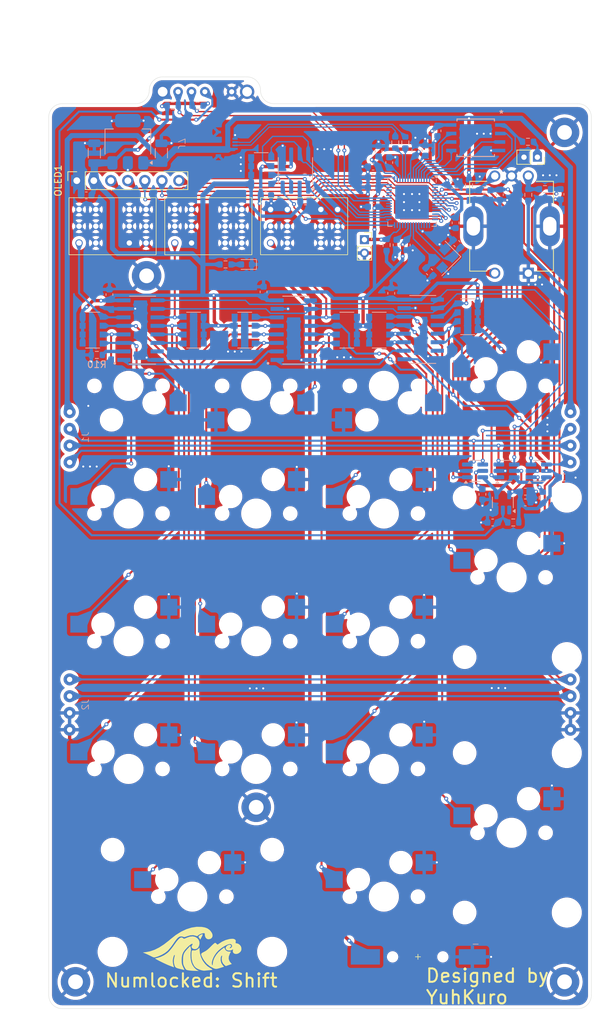
<source format=kicad_pcb>
(kicad_pcb (version 20240108) (generator "pcbnew") (generator_version "8.0")
  (layers (0 "F.Cu" signal) (1 "In1.Cu" signal) (2 "In2.Cu" signal) (31 "B.Cu" signal) (34 "B.Paste" user) (35 "F.Paste" user) (36 "B.SilkS" user "B.Silkscreen") (37 "F.SilkS" user "F.Silkscreen") (38 "B.Mask" user) (39 "F.Mask" user) (44 "Edge.Cuts" user))
  (net 0 "")
  (net 1 "/Encoder A")
  (net 2 "GND")
  (net 3 "+3V3")
  (net 4 "/Encoder B")
  (net 5 "Net-(RN1-R1.1)")
  (net 6 "Net-(RN1-R3.1)")
  (net 7 "Net-(RN1-R4.1)")
  (net 8 "Net-(RN1-R2.1)")
  (net 9 "Net-(RN2-R4.1)")
  (net 10 "Net-(RN2-R2.1)")
  (net 11 "Net-(RN2-R1.1)")
  (net 12 "Net-(RN2-R3.1)")
  (net 13 "Net-(RN3-R3.1)")
  (net 14 "Net-(RN3-R4.1)")
  (net 15 "Net-(RN3-R1.1)")
  (net 16 "Net-(RN3-R2.1)")
  (net 17 "Net-(RN4-R4.1)")
  (net 18 "Net-(RN4-R2.1)")
  (net 19 "Net-(RN4-R3.1)")
  (net 20 "Net-(RN4-R1.1)")
  (net 21 "Net-(RN5-R3.1)")
  (net 22 "Net-(RN5-R1.1)")
  (net 23 "Net-(RN5-R4.1)")
  (net 24 "Net-(RN5-R2.1)")
  (net 25 "Net-(RN6-R2.1)")
  (net 26 "Net-(RN6-R1.1)")
  (net 27 "Net-(RN6-R4.1)")
  (net 28 "Net-(RN6-R3.1)")
  (net 29 "/SH")
  (net 30 "/Serialout-Numpad")
  (net 31 "/CLK")
  (net 33 "Net-(U2-QH)")
  (net 35 "Net-(U3-QH)")
  (net 37 "Net-(MT1-PadA)")
  (net 38 "+5V")
  (net 39 "Net-(MT1-PadB)")
  (net 40 "Net-(D1-A)")
  (net 41 "/XIN")
  (net 42 "+1V1")
  (net 43 "Net-(C25-Pad1)")
  (net 44 "/keyboardSH")
  (net 45 "/keyboardCLK")
  (net 46 "/~{USB BOOT}")
  (net 47 "/~{reset}")
  (net 48 "/USB_RP2040+")
  (net 49 "/USB_RP2040_Res+")
  (net 50 "/USB_RP2040_Res-")
  (net 51 "/USB_RP2040-")
  (net 52 "/XOUT")
  (net 53 "/QSPI_SS")
  (net 54 "/ModeSwitch2")
  (net 55 "/ModeSwitch1")
  (net 56 "/SerialOut")
  (net 57 "Net-(U10-S)")
  (net 58 "/SSD1112 SDA")
  (net 59 "/SWD")
  (net 60 "/SSD1112 DC")
  (net 61 "/numpadSH")
  (net 62 "/QSPI_SD2")
  (net 63 "/VBAT")
  (net 64 "/SWCLK")
  (net 66 "/SSD1112 CS")
  (net 68 "/QSPI_SD3")
  (net 69 "/QSPI_SCLK")
  (net 70 "/~{RTC_INT}")
  (net 71 "/QSPI_SD1")
  (net 74 "/QSPI_SD0")
  (net 75 "/numpadCLK")
  (net 76 "/RTC_SCL")
  (net 78 "/SSD1122 SCL")
  (net 79 "/SSD1112 RST")
  (net 82 "/RTC_32KHZ")
  (net 83 "/RTC_SDA")
  (net 84 "/~{RTC_RST}")
  (net 90 "Net-(U5-I1)")
  (net 95 "Net-(U2-SER)")
  (footprint "PEC11R_4215F_S0024:XDCR_PEC11R-4215F-S0024" (layer "F.Cu") (at 158.75 63.5 180)
    (property "Reference" "MT1" (hide yes))
    (property "Value" "PEC11R-4215F-S0024")
  )
  (footprint "Numlocked:SW_Cherry_Kalih_1.00u" (layer "F.Cu") (at 120.65 106.3625)
    (property "Reference" "S9" (hide yes))
    (property "Value" "~" (hide yes))
  )
  (footprint "Numlocked:MHPS4284" (layer "F.Cu") (at 99.21875 63.5)
    (property "Reference" "SW2" (hide yes))
    (property "Value" "~")
  )
  (footprint "Numlocked:SW_Cherry_Kalih_1.00u" (layer "F.Cu") (at 101.6 106.3625)
    (property "Reference" "S2" (hide yes))
    (property "Value" "~" (hide yes))
  )
  (footprint "Connector_PinSocket_2.00mm:PinSocket_1x02_P2.00mm_Vertical" (layer "F.Cu") (at 136.8 65.5)
    (property "Reference" "J6" (hide yes))
    (property "Value" "Conn_01x02")
  )
  (footprint "Numlocked:SW_Cherry_Kalih_1.00u" (layer "F.Cu") (at 139.7 106.3625)
    (property "Reference" "S17" (hide yes))
    (property "Value" "~" (hide yes))
  )
  (footprint "MountingHole:MountingHole_2.2mm_M2_Pad" (layer "F.Cu") (at 166.65625 49.5)
    (property "Reference" "H5" (hide yes))
    (property "Value" "MountingHole_Pad")
  )
  (footprint "Connector_PinSocket_2.00mm:PinSocket_1x02_P2.00mm_Vertical" (layer "F.Cu") (at 162.6 53.201 -90)
    (property "Reference" "J5" (hide yes))
    (property "Value" "Conn_01x02" (hide yes))
  )
  (footprint "Numlocked:SW_Cherry_Kalih_1.00u" (layer "F.Cu") (at 120.65 87.3125 180)
    (property "Reference" "S8" (hide yes))
    (property "Value" "~" (hide yes))
  )
  (footprint "LOGO" (layer "F.Cu") (at 121.820507 174.535187)
    (property "Reference" "G***" (hide yes))
    (property "Value" "LOGO" (hide yes))
  )
  (footprint "Numlocked:Magnetic_Pogo_Pin_4pos" (layer "F.Cu") (at 173.0375 94.98 -90)
    (property "Reference" "J3" (hide yes))
    (property "Value" "Conn_01x04")
  )
  (footprint "Numlocked:SW_Cherry_Kalih_1.00u" (layer "F.Cu") (at 101.6 144.4625)
    (property "Reference" "S6" (hide yes))
    (property "Value" "~" (hide yes))
  )
  (footprint "Numlocked:SW_Cherry_Kalih_1.00u" (layer "F.Cu") (at 101.6 125.4125)
    (property "Reference" "S3" (hide yes))
    (property "Value" "~" (hide yes))
  )
  (footprint "Connector_PinSocket_2.54mm:PinSocket_1x07_P2.54mm_Vertical" (layer "F.Cu") (at 101.54 56.7 90)
    (property "Reference" "OLED1")
    (property "Value" "~")
  )
  (footprint "Numlocked:SW_Cherry_Kalih_1.00u" (layer "F.Cu") (at 139.7 163.5125)
    (property "Reference" "S12" (hide yes))
    (property "Value" "~" (hide yes))
  )
  (footprint "Numlocked:Magnetic_Pogo_Pin_4pos" (layer "F.Cu") (at 173.0375 134.86 -90)
    (property "Reference" "J4" (hide yes))
    (property "Value" "Conn_01x04")
  )
  (footprint "MountingHole:MountingHole_2.2mm_M2_Pad" (layer "F.Cu") (at 166.65625 176.2209)
    (property "Reference" "H4" (hide yes))
    (property "Value" "MountingHole_Pad")
  )
  (footprint "Numlocked:SW_Cherry_Kalih_1.00u" (layer "F.Cu") (at 120.65 144.4625)
    (property "Reference" "S11" (hide yes))
    (property "Value" "~" (hide yes))
  )
  (footprint "MountingHole:MountingHole_2.2mm_M2_Pad" (layer "F.Cu") (at 93.69375 176.2209)
    (property "Reference" "H2" (hide yes))
    (property "Value" "MountingHole_Pad" (hide yes))
  )
  (footprint "MountingHole:MountingHole_2.2mm_M2_Pad" (layer "F.Cu") (at 120.65 150.18125)
    (property "Reference" "H6" (hide yes))
    (property "Value" "MountingHole_Pad")
  )
  (footprint "Numlocked:SW_Cherry_Kalih_1.00u" (layer "F.Cu") (at 120.65 125.4125)
    (property "Reference" "S10" (hide yes))
    (property "Value" "~" (hide yes))
  )
  (footprint "MountingHole:MountingHole_2.2mm_M2_Pad" (layer "F.Cu") (at 104.3 70.9)
    (property "Reference" "H1" (hide yes))
    (property "Value" "MountingHole_Pad")
  )
  (footprint "Numlocked:SW_Cherry_Kalih_1.00u" (layer "F.Cu") (at 158.75 87.3125)
    (property "Reference" "S16" (hide yes))
    (property "Value" "~" (hide yes))
  )
  (footprint "Numlocked:SW_Cherry_Kalih_2.00u_vert" (layer "F.Cu") (at 158.75 115.8875)
    (property "Reference" "S15" (hide yes))
    (property "Value" "~" (hide yes))
  )
  (footprint "Numlocked:SW_Cherry_Kalih_1.00u" (layer "F.Cu") (at 101.6 87.3125 180)
    (property "Reference" "S1" (hide yes))
    (property "Value" "~" (hide yes))
  )
  (footprint "Numlocked:SW_Cherry_Kalih_1.00u" (layer "F.Cu") (at 139.7 125.4125)
    (property "Reference" "S18" (hide yes))
    (property "Value" "~" (hide yes))
  )
  (footprint "Numlocked:SW_Cherry_Kalih_1.00u" (layer "F.Cu") (at 139.7 144.4625)
    (property "Reference" "S19" (hide yes))
    (property "Value" "~" (hide yes))
  )
  (footprint "Numlocked:SK13D07VG4" (layer "F.Cu") (at 112.994 41.2375 180)
    (property "Reference" "SW1" (hide yes))
    (property "Value" "~" (hide yes))
  )
  (footprint "Numlocked:SW_Cherry_Kalih_2.00u" (layer "F.Cu") (at 111.125 163.5125)
    (property "Reference" "S7" (hide yes))
    (property "Value" "~" (hide yes))
  )
  (footprint "Numlocked:MHPS4284" (layer "F.Cu") (at 113.50625 63.5)
    (property "Reference" "SW3" (hide yes))
    (property "Value" "~")
  )
  (footprint "Numlocked:SW_Cherry_Kalih_2.00u_vert" (layer "F.Cu") (at 158.75 153.9875)
    (property "Reference" "S20" (hide yes))
    (property "Value" "~" (hide yes))
  )
  (footprint "Numlocked:SW_Cherry_Kalih_1.00u" (layer "F.Cu") (at 139.7 87.3125 180)
    (property "Reference" "S14" (hide yes))
    (property "Value" "~" (hide yes))
  )
  (footprint "Numlocked:MHPS4284" (layer "F.Cu") (at 127.79375 63.5)
    (property "Reference" "SW4" (hide yes))
    (property "Value" "~")
  )
  (footprint "Resistor_SMD:R_Array_Convex_4x1206" (layer "B.Cu") (at 118.935 79 180)
    (property "Reference" "RN3" (hide yes))
    (property "Value" "10K")
  )
  (footprint "Capacitor_SMD:C_0603_1608Metric" (layer "B.Cu") (at 143.1 66.3 -90)
    (property "Reference" "C22" (hide yes))
    (property "Value" "0.1 uF")
  )
  (footprint "Capacitor_SMD:C_0603_1608Metric" (layer "B.Cu") (at 160.8 103.1)
    (property "Reference" "C26" (hide yes))
    (property "Value" "0.1 uF")
  )
  (footprint "Capacitor_SMD:C_0603_1608Metric" (layer "B.Cu") (at 166.5877 100.97332)
    (property "Reference" "C29" (hide yes))
    (property "Value" "0.1 uF")
  )
  (footprint "Capacitor_SMD:C_0603_1608Metric" (layer "B.Cu") (at 149.9 57.3)
    (property "Reference" "C19" (hide yes))
    (property "Value" "0.1 uF")
  )
  (footprint "Resistor_SMD:R_0603_1608Metric" (layer "B.Cu") (at 140.1 66.3 -90)
    (property "Reference" "R7" (hide yes))
    (property "Value" "10k")
  )
  (footprint "Resistor_SMD:R_Array_Convex_4x1206" (layer "B.Cu") (at 139 79 180)
    (property "Reference" "RN5" (hide yes))
    (property "Value" "10K")
  )
  (footprint "Resistor_SMD:R_0603_1608Metric" (layer "B.Cu") (at 141.4 51 -90)
    (property "Reference" "R9" (hide yes))
    (property "Value" "27")
  )
  (footprint "Resistor_SMD:R_0603_1608Metric" (layer "B.Cu") (at 111.9 45.5)
    (property "Reference" "R13" (hide yes))
    (property "Value" "10k")
  )
  (footprint "Resistor_SMD:R_Array_Convex_4x1206" (layer "B.Cu") (at 96.25 79 180)
    (property "Reference" "RN1" (hide yes))
    (property "Value" "10K")
  )
  (footprint "W25Q128JVSIQ:SOIC_128JVSIQ_WIN" (layer "B.Cu") (at 153.4 50.3 180)
    (property "Reference" "U7" (hide yes))
    (property "Value" "W25Q128JVSIQ")
  )
  (footprint "Resistor_SMD:R_Array_Convex_4x1206" (layer "B.Cu") (at 111.315 79)
    (property "Reference" "RN2" (hide yes))
    (property "Value" "10K")
  )
  (footprint "Capacitor_SMD:C_0603_1608Metric" (layer "B.Cu") (at 157 58.8 -90)
    (property "Reference" "C5" (hide yes))
    (property "Value" "0.01 μF")
  )
  (footprint "Resistor_SMD:R_0603_1608Metric" (layer "B.Cu") (at 152.4 57.4 -90)
    (property "Reference" "R3" (hide yes))
    (property "Value" "10k")
  )
  (footprint "Package_TO_SOT_SMD:SC-74-6_1.55x2.9mm_P0.95mm" (layer "B.Cu") (at 162.8 100)
    (property "Reference" "U5" (hide yes))
    (property "Value" "~")
  )
  (footprint "Numlocked:SN74HC165DR" (layer "B.Cu") (at 103.695 79 180)
    (property "Reference" "U2")
    (property "Value" "SN74HC165DR")
  )
  (footprint "Capacitor_SMD:C_0603_1608Metric" (layer "B.Cu") (at 147.7 49.275 -90)
    (property "Reference" "C24" (hide yes))
    (property "Value" "0.1 uF")
  )
  (footprint "Resistor_SMD:R_Array_Convex_4x1206" (layer "B.Cu") (at 121.4 55.2)
    (property "Reference" "RN7" (hide yes))
    (property "Value" "10K")
  )
  (footprint "Resistor_SMD:R_0603_1608Metric" (layer "B.Cu") (at 163.737686 57.965752 180)
    (property "Reference" "R2" (hide yes))
    (property "Value" "10k")
  )
  (footprint "Capacitor_SMD:C_0603_1608Metric" (layer "B.Cu") (at 140.8 73.5 90)
    (property "Reference" "C2" (hide yes))
    (property "Value" "0.1 uF")
  )
  (footprint "Capacitor_SMD:C_0603_1608Metric" (layer "B.Cu") (at 144.4 52.2 90)
    (property "Reference" "C18" (hide yes))
    (property "Value" "0.1 uF")
  )
  (footprint "Capacitor_SMD:C_1206_3216Metric" (layer "B.Cu") (at 96.5 52.6 90)
    (property "Reference" "C7" (hide yes))
    (property "Value" "33 uF")
  )
  (footprint "Numlocked:Q&J CR1220-2" (layer "B.Cu") (at 144.75 172.5 180)
    (property "Reference" "BT1" (hide yes))
    (property "Value" "Battery_Cell" (hide yes))
  )
  (footprint "Capacitor_SMD:C_0603_1608Metric" (layer "B.Cu") (at 138.1 56.2 180)
    (property "Reference" "C23" (hide yes))
    (property "Value" "0.1 uF")
  )
  (footprint "Capacitor_SMD:C_0603_1608Metric" (layer "B.Cu") (at 138.1 60.6 180)
    (property "Reference" "C21" (hide yes))
    (property "Value" "0.1 uF")
  )
  (footprint "Numlocked:SN74HC165DR" (layer "B.Cu") (at 126.555 79 180)
    (property "Reference" "U3")
    (property "Value" "SN74HC165DR" (hide yes))
  )
  (footprint "Resistor_SMD:R_0603_1608Metric" (layer "B.Cu") (at 108.2 45.5 180)
    (property "Reference" "R12" (hide yes))
    (property "Value" "10k")
  )
  (footprint "Capacitor_SMD:C_0603_1608Metric" (layer "B.Cu") (at 141.6 66.3 -90)
    (property "Reference" "C14" (hide yes))
    (property "Value" "0.1 uF")
  )
  (footprint "Capacitor_SMD:C_0603_1608Metric" (layer "B.Cu") (at 138.9 52.3 90)
    (property "Reference" "C13" (hide yes))
    (property "Value" "0.1 uF")
  )
  (footprint "Numlocked:Magnetic_Pogo_Pin_4pos" (layer "B.Cu") (at 87.3125 134.86 -90)
    (property "Reference" "J2")
    (property "Value" "Conn_01x04")
  )
  (footprint "Package_TO_SOT_SMD:SC-74-6_1.55x2.9mm_P0.95mm" (layer "B.Cu") (at 153.3 100)
    (property "Reference" "U9" (hide yes))
    (property "Value" "~")
  )
  (footprint "Resistor_SMD:R_0603_1608Metric" (layer "B.Cu") (at 142.9 51 -90)
    (property "Reference" "R8" (hide yes))
    (property "Value" "27")
  )
  (footprint "Capacitor_SMD:C_0603_1608Metric" (layer "B.Cu") (at 140.5 54 90)
    (property "Reference" "C15" (hide yes))
    (property "Value" "1 uF")
  )
  (footprint "Capacitor_SMD:C_0603_1608Metric" (layer "B.Cu") (at 122.1 58.9)
    (property "Reference" "C32" (hide yes))
    (property "Value" "0.1 uF")
  )
  (footprint "Resistor_SMD:R_0603_1608Metric" (layer "B.Cu") (at 163.4 104 -90)
    (property "Reference" "R6" (hide yes))
    (property "Value" "10k")
  )
  (footprint "Resistor_SMD:R_0603_1608Metric" (layer "B.Cu") (at 161.2 50.9 180)
    (property "Reference" "R11" (hide yes))
    (property "Value" "1K")
  )
  (footprint "Package_TO_SOT_SMD:SOT-223" (layer "B.Cu") (at 101.5 50.9 90)
    (property "Reference" "U1" (hide yes))
    (property "Value" "LM3940IMP-3.3/NOPB" (hide yes))
  )
  (footprint "Capacitor_SMD:C_0603_1608Metric" (layer "B.Cu") (at 146.5 70.3 135)
    (property "Reference" "C11" (hide yes))
    (property "Value" "18 pF")
  )
  (footprint "Resistor_SMD:R_0603_1608Metric" (layer "B.Cu") (at 116.075 69.2)
    (property "Reference" "R5" (hide yes))
    (property "Value" "240")
  )
  (footprint "Package_TO_SOT_SMD:SOT-23-5" (layer "B.Cu") (at 157.45 104.7 90)
    (property "Reference" "U8" (hide yes))
    (property "Value" "74LVC1G17")
  )
  (footprint "Crystal:Crystal_SMD_Abracon_ABM8AIG-4Pin_3.2x2.5mm" (layer "B.Cu") (at 148.6 68.3 -135)
    (property "Reference" "X1" (hide yes))
    (property "Value" "ABM8G-12.000MHZ-18-D2Y-T")
  )
  (footprint "Package_TO_SOT_SMD:SC-74-6_1.55x2.9mm_P0.95mm" (layer "B.Cu") (at 158 100)
    (property "Reference" "U10" (hide yes))
    (property "Value" "~")
  )
  (footprint "Capacitor_SMD:C_0603_1608Metric" (layer "B.Cu") (at 138.1 57.7 180)
    (property "Reference" "C20" (hide yes))
    (property "Value" "0.1 uF")
  )
  (footprint "Numlocked:AYF530435" (layer "B.Cu") (at 116.2 51.2 90)
    (property "Reference" "J7")
    (property "Value" "AYF530435")
  )
  (footprint "Package_DFN_QFN:QFN-56-1EP_7x7mm_P0.4mm_EP3.2x3.2mm" (layer "B.Cu") (at 143.9 59.9 180)
    (property "Reference" "U6" (hide yes))
    (property "Value" "RP2040")
  )
  (footprint "Numlocked:SN74HC165DR" (layer "B.Cu") (at 145.5 78.9 180)
    (property "Reference" "U4")
    (property "Value" "SN74HC165DR")
  )
  (footprint "Resistor_SMD:R_Array_Convex_4x1206" (layer "B.Cu") (at 134.175 79)
    (property "Reference" "RN4" (hide yes))
    (property "Value" "10K")
  )
  (footprint "Capacitor_SMD:C_0603_1608Metric" (layer "B.Cu") (at 121.75 73.3 90)
    (property "Reference" "C4" (hide yes))
    (property "Value" "0.1 uF")
  )
  (footprint "Resistor_SMD:R_0603_1608Metric" (layer "B.Cu") (at 154.73 58.125 180)
    (property "Reference" "R4" (hide yes))
    (property "Value" "10k")
  )
  (footprint "Numlocked:Magnetic_Pogo_Pin_4pos" (layer "B.Cu") (at 87.3125 94.98 -90)
    (property "Reference" "J1")
    (property "Value" "Conn_01x04")
  )
  (footprint "Capacitor_SMD:C_0603_1608Metric" (layer "B.Cu") (at 150.6 66.1 -45)
    (property "Reference" "C10" (hide yes))
    (property "Value" "18 pF")
  )
  (footprint "Capacitor_SMD:C_0603_1608Metric" (layer "B.Cu") (at 145.9 52.2 90)
    (property "Reference" "C12" (hide yes))
    (property "Value" "0.1 uF")
  )
  (footprint "Package_SO:SOIC-8_3.9x4.9mm_P1.27mm" (layer "B.Cu") (at 126.5 55.2 90)
    (property "Reference" "U11" (hide yes))
    (property "Value" "DS3231MZ")
  )
  (footprint "Resistor_SMD:R_Array_Convex_4x1206" (layer "B.Cu") (at 152.2 77)
    (property "Reference" "RN6" (hide yes))
    (property "Value" "10K")
  )
  (footprint "Capacitor_SMD:C_0603_1608Metric" (layer "B.Cu") (at 160.8 104.7)
    (property "Reference" "C28" (hide yes))
    (property "Value" "0.1 uF")
  )
  (footprint "Capacitor_SMD:C_0603_1608Metric" (layer "B.Cu") (at 95.3 58.9 180)
    (property "Reference" "C9" (hide yes))
    (property "Value" "0.1 uF")
  )
  (footprint "Capacitor_SMD:C_0603_1608Metric" (layer "B.Cu") (at 155.927983 107.7 180)
    (property "Reference" "C25" (hide yes))
    (property "Value" "0.1 uF")
  )
  (footprint "Capacitor_SMD:C_0603_1608Metric" (layer "B.Cu") (at 98.75 73.7 90)
    (property "Reference" "C3" (hide yes))
    (property "Value" "0.1 uF")
  )
  (footprint "Capacitor_SMD:C_1206_3216Metric" (layer "B.Cu") (at 106.5 52.6 90)
    (property "Reference" "C6" (hide yes))
    (property "Value" "0.47 uF")
  )
  (footprint "Resistor_SMD:R_0603_1608Metric" (layer "B.Cu") (at 96.875 82.7)
    (property "Reference" "R10")
    (property "Value" "0")
  )
  (footprint "Capacitor_SMD:C_0603_1608Metric" (layer "B.Cu") (at 150.4 63 -90)
    (property "Reference" "C17" (hide yes))
    (property "Value" "0.1 uF")
  )
  (footprint "Capacitor_SMD:C_0603_1608Metric" (layer "B.Cu") (at 138.1 54.6 180)
    (property "Reference" "C16" (hide yes))
    (property "Value" "1 uF")
  )
  (footprint "Capacitor_SMD:C_0603_1608Metric" (layer "B.Cu") (at 154.4 103.5 -90)
    (property "Reference" "C27" (hide yes))
    (property "Value" "0.1 uF")
  )
  (footprint "LED_SMD:LED_0603_1608Metric" (layer "B.Cu") (at 119.2 69.2 180)
    (property "Reference" "D1" (hide yes))
    (property "Value" "LED Power")
  )
  (footprint "Resistor_SMD:R_0603_1608Metric" (layer "B.Cu") (at 159.002983 107.7)
    (property "Reference" "R14" (hide yes))
    (property "Value" "10k")
  )
  (footprint "Capacitor_SMD:C_0603_1608Metric" (layer "B.Cu") (at 128 59.8)
    (property "Reference" "C31" (hide yes))
    (property "Value" "0.1 uF" (hide yes))
  )
  (footprint "Capacitor_SMD:C_0603_1608Metric" (layer "B.Cu") (at 166.047686 58.730752 -90)
    (property "Reference" "C1" (hide yes))
    (property "Value" "0.01 μF")
  )
  (footprint "Resistor_SMD:R_0603_1608Metric" (layer "B.Cu") (at 161.247686 58.815752 90)
    (property "Reference" "R1" (hide yes))
    (property "Value" "10k")
  )
  (gr_line (start 91.69375 180.2209) (end 168.65625 180.2209) (stroke (width 0.05)) (layer "Edge.Cuts"))
  (gr_line (start 170.65625 178.2209) (end 170.65625 47.221) (stroke (width 0.05)) (layer "Edge.Cuts"))
  (gr_line (start 123.294 45.221) (end 168.65625 45.221) (stroke (width 0.05)) (layer "Edge.Cuts"))
  (gr_arc (start 170.65625 178.2209) (mid 170.070478 179.635128) (end 168.65625 180.2209) (stroke (width 0.05)) (layer "Edge.Cuts"))
  (gr_arc (start 91.69375 180.2209) (mid 90.279521 179.635129) (end 89.69375 178.2209) (stroke (width 0.05)) (layer "Edge.Cuts"))
  (gr_arc (start 104.694 43.221) (mid 104.108214 44.635214) (end 102.694 45.221) (stroke (width 0.05)) (layer "Edge.Cuts"))
  (gr_arc (start 168.65625 45.221) (mid 170.07047 45.806779) (end 170.65625 47.221) (stroke (width 0.05)) (layer "Edge.Cuts"))
  (gr_line (start 91.69375 45.221) (end 102.694 45.221) (stroke (width 0.05)) (layer "Edge.Cuts"))
  (gr_line (start 89.69375 177.09) (end 89.69375 178.2209) (stroke (width 0.05)) (layer "Edge.Cuts"))
  (gr_arc (start 119.294 41.221) (mid 120.708214 41.806786) (end 121.294 43.221) (stroke (width 0.05)) (layer "Edge.Cuts"))
  (gr_arc (start 123.294 45.221) (mid 121.879786 44.635214) (end 121.294 43.221) (stroke (width 0.05)) (layer "Edge.Cuts"))
  (gr_line (start 106.694 41.221) (end 119.294 41.221) (stroke (width 0.05)) (layer "Edge.Cuts"))
  (gr_arc (start 89.69375 47.221) (mid 90.279529 45.806779) (end 91.69375 45.221) (stroke (width 0.05)) (layer "Edge.Cuts"))
  (gr_arc (start 104.694 43.221) (mid 105.279786 41.806786) (end 106.694 41.221) (stroke (width 0.05)) (layer "Edge.Cuts"))
  (gr_line (start 89.69375 47.221) (end 89.69375 177.09) (stroke (width 0.05)) (layer "Edge.Cuts"))
  (gr_text "Numlocked: Shift" (at 97.9 177.2 0) (layer "F.SilkS") (effects (font (size 2 2) (thickness 0.3)) (justify left bottom)))
  (gr_text "Designed by \nYuhKuro" (at 145.8 179.7 0) (layer "F.SilkS") (effects (font (size 2 2) (thickness 0.3)) (justify left bottom)))
  (segment (start 162.4 113.9) (end 164.4 111.9) (width 0.3) (layer "F.Cu") (net 1))
  (segment (start 164.4 111.9) (end 164.4 102.6) (width 0.3) (layer "F.Cu") (net 1))
  (segment (start 165.431731 58.653324) (end 165.453324 58.653324) (width 0.3) (layer "F.Cu") (net 1))
  (segment (start 161.8 66.2) (end 161.8 60.8) (width 0.3) (layer "F.Cu") (net 1))
  (segment (start 166.1 131.1) (end 162.4 127.4) (width 0.3) (layer "F.Cu") (net 1))
  (segment (start 164.4 102.6) (end 165.9 101.1) (width 0.3) (layer "F.Cu") (net 1))
  (segment (start 162.4 127.4) (end 162.4 113.9) (width 0.3) (layer "F.Cu") (net 1))
  (segment (start 167.5375 131.11) (end 167.5275 131.1) (width 0.3) (layer "F.Cu") (net 1))
  (segment (start 167.5275 131.1) (end 166.1 131.1) (width 0.3) (layer "F.Cu") (net 1))
  (segment (start 161.8 60.8) (end 163.946676 58.653324) (width 0.3) (layer "F.Cu") (net 1))
  (segment (start 163.946676 58.653324) (end 165.431731 58.653324) (width 0.3) (layer "F.Cu") (net 1))
  (segment (start 165.9 70.3) (end 161.8 66.2) (width 0.3) (layer "F.Cu") (net 1))
  (segment (start 165.9 101.1) (end 165.9 70.3) (width 0.3) (layer "F.Cu") (net 1))
  (via (at 165.431731 58.653324) (size 0.6) (drill 0.3) (layers "F.Cu" "B.Cu") (net 1))
  (segment (start 165.431731 58.087483) (end 165.3 57.955752) (width 0.3) (layer "B.Cu") (net 1))
  (segment (start 165.3 57.955752) (end 164.572686 57.955752) (width 0.5) (layer "B.Cu") (net 1))
  (segment (start 165.431731 58.653324) (end 165.431731 58.087483) (width 0.3) (layer "B.Cu") (net 1))
  (segment (start 166.047686 57.955752) (end 165.3 57.955752) (width 0.5) (layer "B.Cu") (net 1))
  (segment (start 167.5375 131.11) (end 92.8125 131.11) (width 0.3) (layer "B.Cu") (net 1))
  (via (at 124.6 51.5) (size 0.6) (drill 0.3) (layers "F.Cu" "B.Cu") (net 2))
  (via (at 162.4 104.7) (size 0.6) (drill 0.3) (layers "F.Cu" "B.Cu") (net 2))
  (via (at 153.6 49.7) (size 0.6) (drill 0.3) (layers "F.Cu" "B.Cu") (net 2))
  (via (at 131.8 52) (size 0.6) (drill 0.3) (layers "F.Cu" "B.Cu") (net 2))
  (via (at 145 58.7) (size 0.6) (drill 0.3) (layers "F.Cu" "B.Cu") (net 2))
  (via (at 145.7 103.1) (size 0.6) (drill 0.3) (layers "F.Cu" "B.Cu") (net 2))
  (via (at 107.6 118.4) (size 0.6) (drill 0.3) (layers "F.Cu" "B.Cu") (net 2))
  (via (at 96.05 83.7) (size 0.6) (drill 0.3) (layers "F.Cu" "B.Cu") (net 2))
  (via (at 109.4 139.4) (size 0.6) (drill 0.3) (layers "F.Cu" "B.Cu") (net 2))
  (via (at 117.5 49.9) (size 0.6) (drill 0.3) (layers "F.Cu" "B.Cu") (net 2))
  (via (at 162.3 72.2) (size 0.6) (drill 0.3) (layers "F.Cu" "B.Cu") (net 2))
  (via (at 144.4 75.7) (size 0.6) (drill 0.3) (layers "F.Cu" "B.Cu") (net 2))
  (via (at 96.85 99.35) (size 0.6) (drill 0.3) (layers "F.Cu" "B.Cu") (net 2))
  (via (at 118.35 55.25) (size 0.6) (drill 0.3) (layers "F.Cu" "B.Cu") (net 2))
  (via (at 130.8 52) (size 0.6) (drill 0.3) (layers "F.Cu" "B.Cu") (net 2))
  (via (at 145 61.1) (size 0.6) (drill 0.3) (layers "F.Cu" "B.Cu") (net 2))
  (via (at 145.715 137.415) (size 0.6) (drill 0.3) (layers "F.Cu" "B.Cu") (net 2))
  (via (at 155.7 52.205) (size 0.6) (drill 0.3) (layers "F.Cu" "B.Cu") (net 2))
  (via (at 164.1 92.1) (size 0.6) (drill 0.3) (layers "F.Cu" "B.Cu") (net 2))
  (via (at 95.6 90.3) (size 0.6) (drill 0.3) (layers "F.Cu" "B.Cu") (net 2))
  (via (at 101.5 55.1) (size 0.6) (drill 0.3) (layers "F.Cu" "B.Cu") (net 2))
  (via (at 103.85 47.75) (size 0.6) (drill 0.3) (layers "F.Cu" "B.Cu") (net 2))
  (via (at 95.85 99.35) (size 0.6) (drill 0.3) (layers "F.Cu" "B.Cu") (net 2))
  (via (at 142.7 59.9) (size 0.6) (drill 0.3) (layers "F.Cu" "B.Cu") (net 2))
  (via (at 142.7 58.7) (size 0.6) (drill 0.3) (layers "F.Cu" "B.Cu") (net 2))
  (via (at 99.1 47.8) (size 0.6) (drill 0.3) (layers "F.Cu" "B.Cu") (net 2))
  (via (at 166.6 110.8) (size 0.6) (drill 0.3) (layers "F.Cu" "B.Cu") (net 2))
  (via (at 155.6375 105.8375) (size 0.6) (drill 0.3) (layers "F.Cu" "B.Cu") (net 2))
  (via (at 163.3 72.2) (size 0.6) (drill 0.3) (layers "F.Cu" "B.Cu") (net 2))
  (via (at 126.7 99.4) (size 0.6) (drill 0.3) (layers "F.Cu" "B.Cu") (net 2))
  (via (at 102.6 75.8) (size 0.6) (drill 0.3) (layers "F.Cu" "B.Cu") (net 2))
  (via (at 138.9 50.9) (size 0.6) (drill 0.3) (layers "F.Cu" "B.Cu") (net 2))
  (via (at 137.3 55.4) (size 0.6) (drill 0.3) (layers "F.Cu" "B.Cu") (net 2))
  (via (at 145.473924 64.261074) (size 0.6) (drill 0.3) (layers "F.Cu" "B.Cu") (net 2))
  (via (at 118.35 53.25) (size 0.6) (drill 0.3) (layers "F.Cu" "B.Cu") (net 2))
  (via (at 158.1 59.6) (size 0.6) (drill 0.3) (layers "F.Cu" "B.Cu") (net 2))
  (via (at 116.45 82.2) (size 0.6) (drill 0.3) (layers "F.Cu" "B.Cu") (net 2))
  (via (at 107.6 99.3) (size 0.6) (drill 0.3) (layers "F.Cu" "B.Cu") (net 2))
  (via (at 148 66.2) (size 0.6) (drill 0.3) (layers "F.Cu" "B.Cu") (net 2))
  (via (at 134.75 83.05) (size 0.6) (drill 0.3) (layers "F.Cu" "B.Cu") (net 2))
  (via (at 155.6 49.7) (size 0.6) (drill 0.3) (layers "F.Cu" "B.Cu") (net 2))
  (via (at 165.3 59.5) (size 0.6) (drill 0.3) (layers "F.Cu" "B.Cu") (net 2))
  (via (at 154 56.1) (size 0.6) (drill 0.3) (layers "F.Cu" "B.Cu") (net 2))
  (via (at 118.45 82.2) (size 0.6) (drill 0.3) (layers "F.Cu" "B.Cu") (net 2))
  (via (at 146.2 71.6) (size 0.6) (drill 0.3) (layers "F.Cu" "B.Cu") (net 2))
  (via (at 132.75 83.05) (size 0.6) (drill 0.3) (layers "F.Cu" "B.Cu") (net 2))
  (via (at 108 51.1) (size 0.6) (drill 0.3) (layers "F.Cu" "B.Cu") (net 2))
  (via (at 164.765 146.935) (size 0.6) (drill 0.3) (layers "F.Cu" "B.Cu") (net 2))
  (via (at 119.7 132.45) (size 0.6) (drill 0.3) (layers "F.Cu" "B.Cu") (net 2))
  (via (at 141.4 53.2) (size 0.6) (drill 0.3) (layers "F.Cu" "B.Cu") (net 2))
  (via (at 157.8 132.4) (size 0.6) (drill 0.3) (layers "F.Cu" "B.Cu") (net 2))
  (via (at 145 59.9) (size 0.6) (drill 0.3) (layers "F.Cu" "B.Cu") (net 2))
  (via (at 162.4 103.1) (size 0.6) (drill 0.3) (layers "F.Cu" "B.Cu") (net 2))
  (via (at 149.526252 63.776989) (size 0.6) (drill 0.3) (layers "F.Cu" "B.Cu") (net 2))
  (via (at 136.5 54.6) (size 0.6) (drill 0.3) (layers "F.Cu" "B.Cu") (net 2))
  (via (at 154.6 49.7) (size 0.6) (drill 0.3) (layers "F.Cu" "B.Cu") (net 2))
  (via (at 129.8 52) (size 0.6) (drill 0.3) (layers "F.Cu" "B.Cu") (net 2))
  (via (at 147.6 158.4) (size 0.6) (drill 0.3) (layers "F.Cu" "B.Cu") (net 2))
  (via (at 164.1 93.1) (size 0.6) (drill 0.3) (layers "F.Cu" "B.Cu") (net 2))
  (via (at 168.3 101) (size 0.6) (drill 0.3) (layers "F.Cu" "B.Cu") (net 2))
  (via (at 141.4 68.1) (size 0.6) (drill 0.3) (layers "F.Cu" "B.Cu") (net 2))
  (via (at 150.7 56.5) (size 0.6) (drill 0.3) (layers "F.Cu" "B.Cu") (net 2))
  (via (at 163.15 83.85) (size 0.6) (drill 0.3) (layers "F.Cu" "B.Cu") (net 2))
  (via (at 156.8 132.4) (size 0.6) (drill 0.3) (layers "F.Cu" "B.Cu") (net 2))
  (via (at 142.7 61.1) (size 0.6) (drill 0.3) (layers "F.Cu" "B.Cu") (net 2))
  (via (at 125.4 75.825) (size 0.6) (drill 0.3) (layers "F.Cu" "B.Cu") (net 2))
  (via (at 154.4 105.2) (size 0.6) (drill 0.3) (layers "F.Cu" "B.Cu") (net 2))
  (via (at 155.7 172.5) (size 0.6) (drill 0.3) (layers "F.Cu" "B.Cu") (net 2))
  (via (at 164.45 55.9) (size 0.6) (drill 0.3) (layers "F.Cu" "B.Cu") (net 2))
  (via (at 122.9 60.1) (size 0.6) (drill 0.3) (layers "F.Cu" "B.Cu") (net 2))
  (via (at 147.4 50.8) (size 0.6) (drill 0.3) (layers "F.Cu" "B.Cu") (net 2))
  (via (at 143.9 61.1) (size 0.6) (drill 0.3) (layers "F.Cu" "B.Cu") (net 2))
  (via (at 136.3 60.6) (size 0.6) (drill 0.3) (layers "F.Cu" "B.Cu") (net 2))
  (via (at 126.7 118.3) (size 0.6) (drill 0.3) (layers "F.Cu" "B.Cu") (net 2))
  (via (at 137.3 58.7) (size 0.6) (drill 0.3) (layers "F.Cu" "B.Cu") (net 2))
  (via (at 121.7 132.45) (size 0.6) (drill 0.3) (layers "F.Cu" "B.Cu") (net 2))
  (via (at 143.9 58.7) (size 0.6) (drill 0.3) (layers "F.Cu" "B.Cu") (net 2))
  (via (at 157.8 100) (size 0.6) (drill 0.3) (layers "F.Cu" "B.Cu") (net 2))
  (via (at 145.7 118.5) (size 0.6) (drill 0.3) (layers "F.Cu" "B.Cu") (net 2))
  (via (at 165.45 55.9) (size 0.6) (drill 0.3) (layers "F.Cu" "B.Cu") (net 2))
  (via (at 154.2 107.7) (size 0.6) (drill 0.3) (layers "F.Cu" "B.Cu") (net 2))
  (via (at 161.3 72.2) (size 0.6) (drill 0.3) (layers "F.Cu" "B.Cu") (net 2))
  (via (at 149.3 70.6) (size 0.6) (drill 0.3) (layers "F.Cu" "B.Cu") (net 2))
  (via (at 162.6 100) (size 0.6) (drill 0.3) (layers "F.Cu" "B.Cu") (net 2))
  (via (at 155.8 132.4) (size 0.6) (drill 0.3) (layers "F.Cu" "B.Cu") (net 2))
  (via (at 164.1 94.1) (size 0.6) (drill 0.3) (layers "F.Cu" "B.Cu") (net 2))
  (via (at 118.35 54.25) (size 0.6) (drill 0.3) (layers "F.Cu" "B.Cu") (net 2))
  (via (at 149.3 64.8) (size 0.6) (drill 0.3) (layers "F.Cu" "B.Cu") (net 2))
  (via (at 144.4 50.3) (size 0.6) (drill 0.3) (layers "F.Cu" "B.Cu") (net 2))
  (via (at 163.45 55.9) (size 0.6) (drill 0.3) (layers "F.Cu" "B.Cu") (net 2))
  (via (at 120.7 132.45) (size 0.6) (drill 0.3) (layers "F.Cu" "B.Cu") (net 2))
  (via (at 144 67.1) (size 0.6) (drill 0.3) (layers "F.Cu" "B.Cu") (net 2))
  (via (at 104.3 83.1) (size 0.6) (drill 0.3) (layers "F.Cu" "B.Cu") (net 2))
  (via (at 117.45 82.2) (size 0.6) (drill 0.3) (layers "F.Cu" "B.Cu") (net 2))
  (via (at 119 158.4) (size 0.6) (drill 0.3) (layers "F.Cu" "B.Cu") (net 2))
  (via (at 145.85 50.45) (size 0.6) (drill 0.3) (layers "F.Cu" "B.Cu") (net 2))
  (via (at 150.9 100) (size 0.6) (drill 0.3) (layers "F.Cu" "B.Cu") (net 2))
  (via (at 133.75 83.05) (size 0.6) (drill 0.3) (layers "F.Cu" "B.Cu") (net 2))
  (via (at 127.4 83.445) (size 0.6) (drill 0.3) (layers "F.Cu" "B.Cu") (net 2))
  (via (at 126.665 137.535) (size 0.6) (drill 0.3) (layers "F.Cu" "B.Cu") (net 2))
  (via (at 95.1 51.1) (size 0.6) (drill 0.3) (layers "F.Cu" "B.Cu") (net 2))
  (via (at 146.3 82.9) (size 0.6) (drill 0.3) (layers "F.Cu" "B.Cu") (net 2))
  (via (at 94.85 99.35) (size 0.6) (drill 0.3) (layers "F.Cu" "B.Cu") (net 2))
  (segment (start 125.4 75.825) (end 123.775 75.825) (width 0.3) (layer "B.Cu") (net 2))
  (segment (start 101.5 47.75) (end 99.15 47.75) (width 0.5) (layer "B.Cu") (net 2))
  (segment (start 138.9 51.525) (end 138.9 50.9) (width 0.5) (layer "B.Cu") (net 2))
  (segment (start 94.525 58.9) (end 94.525 57.345) (width 1) (layer "B.Cu") (net 2))
  (segment (start 150.675 57.3) (end 150.675 56.525) (width 0.5) (layer "B.Cu") (net 2))
  (segment (start 157 59.575) (end 158.075 59.575) (width 0.5) (layer "B.Cu") (net 2))
  (segment (start 147.67 83.345) (end 146.745 83.345) (width 0.3) (layer "B.Cu") (net 2))
  (segment (start 145.9 50.5) (end 145.9 51.425) (width 0.5) (layer "B.Cu") (net 2))
  (segment (start 145.715 137.415) (end 145.715 139.3825) (width 0.5) (layer "B.Cu") (net 2))
  (segment (start 145.715 120.3325) (end 145.715 118.515) (width 0.5) (layer "B.Cu") (net 2))
  (segment (start 155.7 52.205) (end 157.0449 52.205) (width 0.5) (layer "B.Cu") (net 2))
  (segment (start 147.4 50.8) (end 147.7 50.5) (width 0.5) (layer "B.Cu") (net 2))
  (segment (start 149.528241 63.775) (end 150.4 63.775) (width 0.5) (layer "B.Cu") (net 2))
  (segment (start 161.65 100) (end 162.6 100) (width 0.3) (layer "B.Cu") (net 2))
  (segment (start 142.72 75.725) (end 144.375 75.725) (width 0.3) (layer "B.Cu") (net 2))
  (segment (start 144.4 51.425) (end 144.4 50.3) (width 0.5) (layer "B.Cu") (net 2))
  (segment (start 124.595 52.725) (end 124.595 51.505) (width 0.3) (layer "B.Cu") (net 2))
  (segment (start 95.585 92.3925) (end 95.585 90.315) (width 0.5) (layer "B.Cu") (net 2))
  (segment (start 126.665 137.535) (end 126.665 139.3825) (width 0.5) (layer "B.Cu") (net 2))
  (segment (start 152.9 172.5) (end 155.7 172.5) (width 0.5) (layer "B.Cu") (net 2))
  (segment (start 122.9 60.1) (end 122.875 60.075) (width 0.5) (layer "B.Cu") (net 2))
  (segment (start 99.15 47.75) (end 99.1 47.8) (width 0.5) (layer "B.Cu") (net 2))
  (segment (start 148.387868 69.687868) (end 149.3 70.6) (width 0.5) (layer "B.Cu") (net 2))
  (segment (start 148.756497 66.956497) (end 148 66.2) (width 0.5) (layer "B.Cu") (net 2))
  (segment (start 124.595 51.505) (end 124.6 51.5) (width 0.3) (layer "B.Cu") (net 2))
  (segment (start 161.575 103.1) (end 162.4 103.1) (width 0.3) (layer "B.Cu") (net 2))
  (segment (start 94.525 57.345) (end 93.88 56.7) (width 1) (layer "B.Cu") (net 2))
  (segment (start 93.88 56.7) (end 94.2 56.38) (width 0.5) (layer "B.Cu") (net 2))
  (segment (start 137.3 56.175) (end 137.325 56.2) (width 0.5) (layer "B.Cu") (net 2))
  (segment (start 144 67.1) (end 143.125 67.1) (width 0.5) (layer "B.Cu") (net 2))
  (segment (start 126.665 99.435) (end 126.7 99.4) (width 0.5) (layer "B.Cu") (net 2))
  (segment (start 103.85 47.75) (end 101.5 47.75) (width 0.5) (layer "B.Cu") (net 2))
  (segment (start 109.4 139.4) (end 109.3825 139.3825) (width 0.5) (layer "B.Cu") (net 2))
  (segment (start 145.715 158.4325) (end 147.5675 158.4325) (width 0.5) (layer "B.Cu") (net 2))
  (segment (start 141.6 67.9) (end 141.4 68.1) (width 0.5) (layer "B.Cu") (net 2))
  (segment (start 147.048008 70.848008) (end 146.951992 70.848008) (width 0.5) (layer "B.Cu") (net 2))
  (segment (start 157.8 100) (end 156.85 100) (width 0.3) (layer "B.Cu") (net 2))
  (segment (start 107.175 44.3125) (end 106.3 43.4375) (width 0.3) (layer "B.Cu") (net 2))
  (segment (start 161.575 104.7) (end 162.4 104.7) (width 0.3) (layer "B.Cu") (net 2))
  (segment (start 107.615 101.2825) (end 107.615 99.315) (width 0.5) (layer "B.Cu") (net 2))
  (segment (start 166.5925 110.8075) (end 166.6 110.8) (width 0.5) (layer "B.Cu") (net 2))
  (segment (start 164.765 110.8075) (end 166.5925 110.8075) (width 0.5) (layer "B.Cu") (net 2))
  (segment (start 144.9 63.87136) (end 144.9 63.3375) (width 0.2) (layer "B.Cu") (net 2))
  (segment (start 107.615 99.315) (end 107.6 99.3) (width 0.5) (layer "B.Cu") (net 2))
  (segment (start 101.5 54.05) (end 101.5 55.1) (width 0.5) (layer "B.Cu") (net 2))
  (segment (start 146.745 83.345) (end 146.3 82.9) (width 0.3) (layer "B.Cu") (net 2))
  (segment (start 145.715 103.085) (end 145.7 103.1) (width 0.5) (layer "B.Cu") (net 2))
  (segment (start 137.3 55.4) (end 137.3 56.175) (width 0.5) (layer "B.Cu") (net 2))
  (segment (start 107.615 120.3325) (end 107.615 118.415) (width 0.5) (layer "B.Cu") (net 2))
  (segment (start 106.3 43.4375) (end 106.3 43.7) (width 0.3) (layer "B.Cu") (net 2))
  (segment (start 141.6 67.075) (end 141.6 67.9) (width 0.5) (layer "B.Cu") (net 2))
  (segment (start 158.075 59.575) (end 158.1 59.6) (width 0.5) (layer "B.Cu") (net 2))
  (segment (start 141.375 53.225) (end 140.5 53.225) (width 0.5) (layer "B.Cu") (net 2))
  (segment (start 128.725 83.445) (end 127.4 83.445) (width 0.5) (layer "B.Cu") (net 2))
  (segment (start 118.9675 158.4325) (end 119 158.4) (width 0.5) (layer "B.Cu") (net 2))
  (segment (start 148.812132 66.956497) (end 148.812132 66.791852) (width 0.5) (layer "B.Cu") (net 2))
  (segment (start 105.865 83.445) (end 104.645 83.445) (width 0.5) (layer "B.Cu") (net 2))
  (segment (start 96.05 83.7) (end 96.05 82.7) (width 0.5) (layer "B.Cu") (net 2))
  (segment (start 144.375 75.725) (end 144.4 75.7) (width 0.3) (layer "B.Cu") (net 2))
  (segment (start 95.585 90.315) (end 95.6 90.3) (width 0.5) (layer "B.Cu") (net 2))
  (segment (start 95.125 51.125) (end 95.1 51.1) (width 0.5) (layer "B.Cu") (net 2))
  (segment (start 150.675 56.525) (end 150.7 56.5) (width 0.5) (layer "B.Cu") (net 2))
  (segment (start 145.715 101.2825) (end 145.715 103.085) (width 0.5) (layer "B.Cu") (net 2))
  (segment (start 143.125 67.1) (end 143.1 67.075) (width 0.5) (layer "B.Cu") (net 2))
  (segment (start 107.975 51.125) (end 108 51.1) (width 0.5) (layer "B.Cu") (net 2))
  (segment (start 122.875 60.075) (end 122.875 58.9) (width 0.5) (layer "B.Cu") (net 2))
  (segment (start 137.325 58.675) (end 137.3 58.7) (width 0.5) (layer "B.Cu") (net 2))
  (segment (start 137.325 54.6) (end 136.5 54.6) (width 0.5) (layer "B.Cu") (net 2))
  (segment (start 126.665 120.3325) (end 126.665 118.335) (width 0.5) (layer "B.Cu") (net 2))
  (segment (start 149.526252 63.776989) (end 149.528241 63.775) (width 0.5) (layer "B.Cu") (net 2))
  (segment (start 117.5 49.9) (end 117.5 50.45) (width 0.3) (layer "B.Cu") (net 2))
  (segment (start 100.915 75.825) (end 102.575 75.825) (width 0.3) (layer "B.Cu") (net 2))
  (segment (start 168.3 101) (end 168.27332 100.97332) (width 0.5) (layer "B.Cu") (net 2))
  (segment (start 117.14 158.4325) (end 118.9675 158.4325) (width 0.5) (layer "B.Cu") (net 2))
  (segment (start 137.325 57.7) (end 137.325 58.675) (width 0.5) (layer "B.Cu") (net 2))
  (segment (start 166.047686 59.505752) (end 165.305752 59.505752) (width 0.5) (layer "B.Cu") (net 2))
  (segment (start 152.15 100) (end 150.9 100) (width 0.5) (layer "B.Cu") (net 2))
  (segment (start 102.575 75.825) (end 102.6 75.8) (width 0.3) (layer "B.Cu") (net 2))
  (segment (start 141.4 53.2) (end 141.375 53.225) (width 0.5) (layer "B.Cu") (net 2))
  (segment (start 148.387868 69.643503) (end 148.387868 69.687868) (width 0.5) (layer "B.Cu") (net 2))
  (segment (start 96.5 51.125) (end 95.125 51.125) (width 0.5) (layer "B.Cu") (net 2))
  (segment (start 126.665 101.2825) (end 126.665 99.435) (width 0.5) (layer "B.Cu") (net 2))
  (segment (start 146.951992 70.848008) (end 146.2 71.6) (width 0.5) (layer "B.Cu") (net 2))
  (segment (start 136.3 60.6) (end 137.325 60.6) (width 0.5) (layer "B.Cu") (net 2))
  (segment (start 137.325 57.7) (end 137.051863 57.7) (width 0.5) (layer "B.Cu") (net 2))
  (segment (start 106.5 51.125) (end 107.975 51.125) (width 0.5) (layer "B.Cu") (net 2))
  (segment (start 168.27332 100.97332) (end 167.3627 100.97332) (width 0.5) (layer "B.Cu") (net 2))
  (segment (start 145.715 118.515) (end 145.7 118.5) (width 0.5) (layer "B.Cu") (net 2))
  (segment (start 107.615 118.415) (end 107.6 118.4) (width 0.5) (layer "B.Cu") (net 2))
  (segment (start 145.289714 64.261074) (end 144.9 63.87136) (width 0.2) (layer "B.Cu") (net 2))
  (segment (start 145.85 50.45) (end 145.9 50.5) (width 0.5) (layer "B.Cu") (net 2))
  (segment (start 148.812132 66.956497) (end 148.756497 66.956497) (width 0.5) (layer "B.Cu") (net 2))
  (segment (start 163.15 83.85) (end 164.765 82.235) (width 0.5) (layer "B.Cu") (net 2))
  (segment (start 104.645 83.445) (end 104.3 83.1) (width 0.5) (layer "B.Cu") (net 2))
  (segment (start 145.473924 64.261074) (end 145.289714 64.261074) (width 0.2) (layer "B.Cu") (net 2))
  (segment (start 164.765 146.935) (end 164.765 148.9075) (width 0.5) (layer "B.Cu") (net 2))
  (segment (start 155.152983 107.7) (end 154.2 107.7) (width 0.5) (layer "B.Cu") (net 2))
  (segment (start 147.5675 158.4325) (end 147.6 158.4) (width 0.5) (layer "B.Cu") (net 2))
  (segment (start 147.7 50.5) (end 147.7 50.05) (width 0.5) (layer "B.Cu") (net 2))
  (segment (start 164.765 82.235) (end 164.765 82.2325) (width 0.5) (layer "B.Cu") (net 2))
  (segment (start 109.3825 139.3825) (end 107.615 139.3825) (width 0.5) (layer "B.Cu") (net 2))
  (segment (start 154.4 104.275) (end 154.4 105.2) (width 0.5) (layer "B.Cu") (net 2))
  (segment (start 155.6375 105.8375) (end 156.5 105.8375) (width 0.5) (layer "B.Cu") (net 2))
  (segment (start 165.305752 59.505752) (end 165.3 59.5) (width 0.5) (layer "B.Cu") (net 2))
  (segment (start 126.665 118.335) (end 126.7 118.3) (width 0.5) (layer "B.Cu") (net 2))
  (segment (start 150.051992 65.551992) (end 149.3 64.8) (width 0.5) (layer "B.Cu") (net 2))
  (segment (start 160.2 100) (end 160.2 101.7625) (width 0.3) (layer "F.Cu") (net 3))
  (segment (start 144.9 52.4) (end 148.5 56) (width 0.5) (layer "F.Cu") (net 3))
  (segment (start 138.809268 58.7) (end 138.3 59.209268) (width 0.5) (layer "F.Cu") (net 3))
  (segment (start 144.5 52) (end 139.5 52) (width 0.5) (layer "F.Cu") (net 3))
  (segment (start 114.4 77.730624) (end 115.009376 78.34) (width 0.5) (layer "F.Cu") (net 3))
  (segment (start 146.6 54.1) (end 148.5 56) (width 0.5) (layer "F.Cu") (net 3))
  (segment (start 144.9 52.4) (end 144.5 52) (width 0.5) (layer "F.Cu") (net 3))
  (segment (start 157.2 81.8) (end 162.48 87.08) (width 0.5) (layer "F.Cu") (net 3))
  (segment (start 149.15 56.65) (end 148.5 56) (width 0.5) (layer "F.Cu") (net 3))
  (segment (start 136.6 78.34) (end 136.6 74.275) (width 0.5) (layer "F.Cu") (net 3))
  (segment (start 96.3 74.6) (end 97.5 74.6) (width 0.5) (layer "F.Cu") (net 3))
  (segment (start 163.95 99.11062) (end 163.95 100) (width 0.5) (layer "F.Cu") (net 3))
  (segment (start 153.441239 100.257968) (end 153.441239 101.841239) (width 0.3) (layer "F.Cu") (net 3))
  (segment (start 113.45 45.178445) (end 107.021555 45.178445) (width 0.5) (layer "F.Cu") (net 3))
  (segment (start 95.346169 75.553831) (end 96.3 74.6) (width 0.5) (layer "F.Cu") (net 3))
  (segment (start 153.8 102.2) (end 157.9625 102.2) (width 0.5) (layer "F.Cu") (net 3))
  (segment (start 153.7 72.3) (end 153.7 74.3) (width 0.5) (layer "F.Cu") (net 3))
  (segment (start 146.9 49.3) (end 146.6 49.6) (width 0.5) (layer "F.Cu") (net 3))
  (segment (start 138.3 64) (end 138.3 60.8) (width 0.5) (layer "F.Cu") (net 3))
  (segment (start 107.021555 45.178445) (end 106.6 45.6) (width 0.5) (layer "F.Cu") (net 3))
  (segment (start 114.3 73.805) (end 114.4 73.905) (width 0.5) (layer "F.Cu") (net 3))
  (segment (start 158.8625 103.1) (end 160.2 101.7625) (width 0.3) (layer "F.Cu") (net 3))
  (segment (start 162.48 97.64062) (end 163.95 99.11062) (width 0.5) (layer "F.Cu") (net 3))
  (segment (start 162.48 87.08) (end 162.48 97.64062) (width 0.5) (layer "F.Cu") (net 3))
  (segment (start 114.4 73.905) (end 114.4 77.730624) (width 0.5) (layer "F.Cu") (net 3))
  (segment (start 157.9625 102.2) (end 158.8625 103.1) (width 0.5) (layer "F.Cu") (net 3))
  (segment (start 142.5 68) (end 142.5 66.2) (width 0.5) (layer "F.Cu") (net 3))
  (segment (start 138.3 59.209268) (end 138.3 60.8) (width 0.5) (layer "F.Cu") (net 3))
  (segment (start 153.441239 101.841239) (end 153.8 102.2) (width 0.3) (layer "F.Cu") (net 3))
  (segment (start 139.5 52) (end 137.9 53.6) (width 0.5) (layer "F.Cu") (net 3))
  (segment (start 104.7 50.4) (end 103 52.1) (width 0.5) (layer "F.Cu") (net 3))
  (segment (start 146.6 49.6) (end 146.6 54.1) (width 0.5) (layer "F.Cu") (net 3))
  (segment (start 153.6 102) (end 153.441239 101.841239) (width 0.3) (layer "F.Cu") (net 3))
  (via (at 114.3 73.805) (size 0.6) (drill 0.3) (layers "F.Cu" "B.Cu") (net 3))
  (via (at 115.009376 78.34) (size 0.6) (drill 0.3) (layers "F.Cu" "B.Cu") (net 3))
  (via (at 142.5 66.2) (size 0.6) (drill 0.3) (layers "F.Cu" "B.Cu") (net 3))
  (via (at 153.7 74.3) (size 0.6) (drill 0.3) (layers "F.Cu" "B.Cu") (net 3))
  (via (at 138.3 64) (size 0.6) (drill 0.3) (layers "F.Cu" "B.Cu") (net 3))
  (via (at 149.15 56.65) (size 0.6) (drill 0.3) (layers "F.Cu" "B.Cu") (net 3))
  (via (at 163.95 100) (size 0.6) (drill 0.3) (layers "F.Cu" "B.Cu") (net 3))
  (via (at 138.3 60.8) (size 0.6) (drill 0.3) (layers "F.Cu" "B.Cu") (net 3))
  (via (at 157.2 81.8) (size 0.6) (drill 0.3) (layers "F.Cu" "B.Cu") (net 3))
  (via (at 144.9 52.4) (size 0.6) (drill 0.3) (layers "F.Cu" "B.Cu") (net 3))
  (via (at 136.6 78.34) (size 0.6) (drill 0.3) (layers "F.Cu" "B.Cu") (net 3))
  (via (at 146.9 49.3) (size 0.6) (drill 0.3) (layers "F.Cu" "B.Cu") (net 3))
  (via (at 158.8625 103.1) (size 0.6) (drill 0.3) (layers "F.Cu" "B.Cu") (net 3))
  (via (at 153.441239 100.257968) (size 0.6) (drill 0.3) (layers "F.Cu" "B.Cu") (net 3))
  (via (at 103 52.1) (size 0.6) (drill 0.3) (layers "F.Cu" "B.Cu") (net 3))
  (via (at 104.7 50.4) (size 0.6) (drill 0.3) (layers "F.Cu" "B.Cu") (net 3))
  (via (at 153.8 102.2) (size 0.6) (drill 0.3) (layers "F.Cu" "B.Cu") (net 3))
  (via (at 136.6 74.275) (size 0.6) (drill 0.3) (layers "F.Cu" "B.Cu") (net 3))
  (via (at 160.2 100) (size 0.6) (drill 0.3) (layers "F.Cu" "B.Cu") (net 3))
  (via (at 138.809268 58.7) (size 0.6) (drill 0.3) (layers "F.Cu" "B.Cu") (net 3))
  (via (at 142.5 68) (size 0.6) (drill 0.3) (layers "F.Cu" "B.Cu") (net 3))
  (via (at 137.9 53.6) (size 0.6) (drill 0.3) (layers "F.Cu" "B.Cu") (net 3))
  (via (at 97.5 74.6) (size 0.6) (drill 0.3) (layers "F.Cu" "B.Cu") (net 3))
  (via (at 153.7 72.3) (size 0.6) (drill 0.3) (layers "F.Cu" "B.Cu") (net 3))
  (via (at 106.6 45.6) (size 0.6) (drill 0.3) (layers "F.Cu" "B.Cu") (net 3))
  (via (at 113.45 45.178445) (size 0.6) (drill 0.3) (layers "F.Cu" "B.Cu") (net 3))
  (via (at 95.346169 75.553831) (size 0.6) (drill 0.3) (layers "F.Cu" "B.Cu") (net 3))
  (segment (start 164.49 103.735) (end 164.49 102.29602) (width 0.5) (layer "B.Cu") (net 3))
  (segment (start 140.4625 60.9) (end 139.375 60.9) (width 0.2) (layer "B.Cu") (net 3))
  (segment (start 138.3 72.7) (end 138.35 72.75) (width 0.5) (layer "B.Cu") (net 3))
  (segment (start 137.5 77) (end 137.5 81) (width 0.5) (layer "B.Cu") (net 3))
  (segment (start 127.135 57.675) (end 127.135 59.71) (width 0.5) (layer "B.Cu") (net 3))
  (segment (start 115.25 69.2) (end 112.7 69.2) (width 0.5) (layer "B.Cu") (net 3))
  (segment (start 142.5 68) (end 142.5 68.55) (width 0.5) (layer "B.Cu") (net 3))
  (segment (start 112.7 58.875) (end 112.7 69.2) (width 0.75) (layer "B.Cu") (net 3))
  (segment (start 140.8 74.275) (end 136.6 74.275) (width 0.5) (layer "B.Cu") (net 3))
  (segment (start 121.48 73.805) (end 121.75 74.075) (width 0.5) (layer "B.Cu") (net 3))
  (segment (start 158.8625 103.1) (end 158.4 103.5625) (width 0.5) (layer "B.Cu") (net 3))
  (segment (start 114.375 57.2) (end 112.7 58.875) (width 0.75) (layer "B.Cu") (net 3))
  (segment (start 147.7 72) (end 153.4 72) (width 0.5) (layer "B.Cu") (net 3))
  (segment (start 143.7 55.475) (end 143.7 53.675) (width 0.2) (layer "B.Cu") (net 3))
  (segment (start 127.225 60.575) (end 127.225 59.8) (width 0.5) (layer "B.Cu") (net 3))
  (segment (start 99.2 59.48) (end 99.2 66.8) (width 0.75) (layer "B.Cu") (net 3))
  (segment (start 95.346169 75.553831) (end 94.75 76.15) (width 0.5) (layer "B.Cu") (net 3))
  (segment (start 150.4 62.225) (end 149.725 62.225) (width 0.2) (layer "B.Cu") (net 3))
  (segment (start 94.75 81) (end 94.75 77) (width 0.5) (layer "B.Cu") (net 3))
  (segment (start 160.025 104.7) (end 160.025 103.1) (width 0.5) (layer "B.Cu") (net 3))
  (segment (start 140.1 68.8) (end 140.1 67.125) (width 0.5) (layer "B.Cu") (net 3))
  (segment (start 135.675 81) (end 135.675 77) (width 0.5) (layer "B.Cu") (net 3))
  (segment (start 138.875 58.137925) (end 138.875 57.7) (width 0.5) (layer "B.Cu") (net 3))
  (segment (start 138.3 64) (end 138.3 72.7) (width 0.5) (layer "B.Cu") (net 3))
  (segment (start 115.009376 78.34) (end 112.815 78.34) (width 0.5) (layer "B.Cu") (net 3))
  (segment (start 154.4 79) (end 153.7 79) (width 0.5) (layer "B.Cu") (net 3))
  (segment (start 104.7 50.4) (end 107.375 47.725) (width 0.5) (layer "B.Cu") (net 3))
  (segment (start 101.15 52.1) (end 99.2 54.05) (width 0.5) (layer "B.Cu") (net 3))
  (segment (start 159.15 100) (end 160.2 100) (width 0.3) (layer "B.Cu") (net 3))
  (segment (start 141.2 55.6) (end 139.875 55.6) (width 0.2) (layer "B.Cu") (net 3))
  (segment (start 131.2 73.3) (end 122.525 73.3) (width 0.5) (layer "B.Cu") (net 3))
  (segment (start 143.3 55.875) (end 143.7 55.475) (width 0.2) (layer "B.Cu") (net 3))
  (segment (start 136.6 74.275) (end 132.175 74.275) (width 0.5) (layer "B.Cu") (net 3))
  (segment (start 141.15 69.9) (end 141.2 69.9) (width 0.5) (layer "B.Cu") (net 3))
  (segment (start 113.45 45.178445) (end 113.346555 45.178445) (width 0.5) (layer "B.Cu") (net 3))
  (segment (start 144.4 52.9) (end 144.9 52.4) (width 0.5) (layer "B.Cu") (net 3))
  (segment (start 150.4 62.225) (end 150.4 61.892284) (width 0.5) (layer "B.Cu") (net 3))
  (segment (start 153.7 74.3) (end 153.7 75) (width 0.5) (layer "B.Cu") (net 3))
  (segment (start 98.78 74.555) (end 100.915 74.555) (width 0.5) (layer "B.Cu") (net 3))
  (segment (start 142.72 74.455) (end 140.98 74.455) (width 0.5) (layer "B.Cu") (net 3))
  (segment (start 143.7 64.925) (end 143.1 65.525) (width 0.2) (layer "B.Cu") (net 3))
  (segment (start 119.9 57.2) (end 114.375 57.2) (width 0.75) (layer "B.Cu") (net 3))
  (segment (start 106.6 45.6) (end 107.275 45.6) (width 0.3) (layer "B.Cu") (net 3))
  (segment (start 138.875 56.343734) (end 138.875 54.6) (width 0.5) (layer "B.Cu") (net 3))
  (segment (start 153.441239 100.257968) (end 153.699207 100) (width 0.3) (layer "B.Cu") (net 3))
  (segment (start 147.7 72) (end 145.245 74.455) (width 0.5) (layer "B.Cu") (net 3))
  (segment (start 114.3 73.805) (end 121.48 73.805) (width 0.5) (layer "B.Cu") (net 3))
  (segment (start 136.6 74.275) (end 136.775 74.275) (width 0.5) (layer "B.Cu") (net 3))
  (segment (start 143.7 56.4625) (end 143.7 55.475) (width 0.2) (layer "B.Cu") (net 3))
  (segment (start 119.9 53.2) (end 119.9 57.2) (width 0.5) (layer "B.Cu") (net 3))
  (segment (start 112.7 69.2) (end 112.7 73.705) (width 0.75) (layer "B.Cu") (net 3))
  (segment (start 125.8 62) (end 127.225 60.575) (width 0.5) (layer "B.Cu") (net 3))
  (segment (start 160.95 105.625) (end 160.025 104.7) (width 0.5) (layer "B.Cu") (net 3))
  (segment (start 138.875 57.7) (end 139.275 57.3) (width 0.2) (layer "B.Cu") (net 3))
  (segment (start 119.9 57.2) (end 119.9 60.5) (width 0.5) (layer "B.Cu") (net 3))
  (segment (start 114.3 73.805) (end 112.6 73.805) (width 0.5) (layer "B.Cu") (net 3))
  (segment (start 141.7 56.4625) (end 141.7 56.1) (width 0.2) (layer "B.Cu") (net 3))
  (segment (start 149.125 57.3) (end 147.3375 57.3) (width 0.2) (layer "B.Cu") (net 3))
  (segment (start 99.2 66.8) (end 100 67.6) (width 0.75) (layer "B.Cu") (net 3))
  (segment (start 115.009376 78.34) (end 117.435 78.34) (width 0.5) (layer "B.Cu") (net 3))
  (segment (start 153.8 102.2) (end 154.325 102.725) (width 0.3) (layer "B.Cu") (net 3))
  (segment (start 164.83938 100) (end 165.8127 100.97332) (width 0.3) (layer "B.Cu") (net 3))
  (segment (start 162.6 105.625) (end 160.95 105.625) (width 0.5) (layer "B.Cu") (net 3))
  (segment (start 123.775 74.555) (end 122.23 74.555) (width 0.5) (layer "B.Cu") (net 3))
  (segment (start 112.6 73.805) (end 99.53 73.805) (width 0.5) (layer "B.Cu") (net 3))
  (segment (start 138.3 60.8) (end 138.700707 60.399293) (width 0.5) (layer "B.Cu") (net 3))
  (segment (start 145.245 74.455) (end 142.72 74.455) (width 0.5) (layer "B.Cu") (net 3))
  (segment (start 111.1 67.6) (end 112.7 69.2) (width 0.75) (layer "B.Cu") (net 3))
  (segment (start 159.827983 107.7) (end 159.827983 104.897017) (width 0.5) (layer "B.Cu") (net 3))
  (segment (start 142.5 66.2) (end 143.1 65.6) (width 0.5) (layer "B.Cu") (net 3))
  (segment (start 122.525 73.3) (end 121.75 74.075) (width 0.5) (layer "B.Cu") (net 3))
  (segment (start 117.435 77) (end 117.435 81) (width 0.5) (layer "B.Cu") (net 3))
  (segment (start 122.23 74.555) (end 121.75 74.075) (width 0.5) (layer "B.Cu") (net 3))
  (segment (start 141.7 56.1) (end 141.2 55.6) (width 0.2) (layer "B.Cu") (net 3))
  (segment (start 153.7 75) (end 153.7 79) (width 0.5) (layer "B.Cu") (net 3))
  (segment (start 163.4 104.825) (end 164.49 103.735) (width 0.5) (layer "B.Cu") (net 3))
  (segment (start 112.815 81) (end 112.815 77) (width 0.5) (layer "B.Cu") (net 3))
  (segment (start 143.3 56.4625) (end 143.3 55.875) (width 0.2) (layer "B.Cu") (net 3))
  (segment (start 153.699207 100) (end 154.45 100) (width 0.3) (layer "B.Cu") (net 3))
  (segment (start 103 52.1) (end 101.15 52.1) (width 0.5) (layer "B.Cu") (net 3))
  (segment (start 141.0375 56.2) (end 141.3 56.4625) (width 0.2) (layer "B.Cu") (net 3))
  (segment (start 141.2 69.85) (end 141.2 69.9) (width 0.5) (layer "B.Cu") (net 3))
  (segment (start 143.7 63.3375) (end 143.7 64.925) (width 0.2) (layer "B.Cu") (net 3))
  (segment (start 96.42 56.7) (end 96.42 58.555) (width 0.5) (layer "B.Cu") (net 3))
  (segment (start 132.175 74.275) (end 131.2 73.3) (width 0.5) (layer "B.Cu") (net 3))
  (segment (start 141.2 69.9) (end 140.1 68.8) (width 0.5) (layer "B.Cu") (net 3))
  (segment (start 96.5 56.62) (end 96.42 56.7) (width 1) (layer "B.Cu") (net 3))
  (segment (start 138.809268 58.7) (end 138.875 58.634268) (width 0.5) (layer "B.Cu") (net 3))
  (segment (start 146.9 49.3) (end 147.7 48.5) (width 0.5) (layer "B.Cu") (net 3))
  (segment (start 138.875 58.634268) (end 138.875 58.137925) (width 0.5) (layer "B.Cu") (net 3))
  (segment (start 138.875 56.2) (end 141.0375 56.2) (width 0.2) (layer "B.Cu") (net 3))
  (segment (start 107.275 45.6) (end 107.375 45.5) (width 0.3) (layer "B.Cu") (net 3))
  (segment (start 149.15 57.210828) (end 149.15 56.65) (width 0.5) (layer "B.Cu") (net 3))
  (segment (start 96.42 58.555) (end 96.075 58.9) (width 0.5) (layer "B.Cu") (net 3))
  (segment (start 100 67.6) (end 111.1 67.6) (width 0.75) (layer "B.Cu") (net 3))
  (segment (start 151.3 60.992284) (end 151.3 59.360828) (width 0.5) (layer "B.Cu") (net 3))
  (segment (start 149.725 62.225) (end 148.4 60.9) (width 0.2) (layer "B.Cu") (net 3))
  (segment (start 96.525 54.05) (end 96.5 54.075) (width 1) (layer "B.Cu") (net 3))
  (segment (start 96.5 54.075) (end 96.5 56.62) (width 1) (layer "B.Cu") (net 3))
  (segment (start 143.7 53.675) (end 144.4 52.975) (width 0.2) (layer "B.Cu") (net 3))
  (segment (start 163.95 100) (end 164.83938 100) (width 0.3) (layer "B.Cu") (net 3))
  (segment (start 121.4 62) (end 125.8 62) (width 0.5) (layer "B.Cu") (net 3))
  (segment (start 160.025 103.1) (end 158.8625 103.1) (width 0.5) (layer "B.Cu") (net 3))
  (segment (start 157.2 81.8) (end 154.4 79) (width 0.5) (layer "B.Cu") (net 3))
  (segment (start 151.3 59.360828) (end 149.15 57.210828) (width 0.5) (layer "B.Cu") (net 3))
  (segment (start 164.49 102.29602) (end 165.8127 100.97332) (width 0.5) (layer "B.Cu") (net 3))
  (segment (start 97.5 74.6) (end 98.625 74.6) (width 0.5) (layer "B.Cu") (net 3))
  (segment (start 99.2 54.05) (end 96.525 54.05) (width 1) (layer "B.Cu") (net 3))
  (segment (start 136.775 74.275) (end 141.15 69.9) (width 0.5) (layer "B.Cu") (net 3))
  (segment (start 96.42 56.7) (end 99.2 59.48) (width 0.75) (layer "B.Cu") (net 3))
  (segment (start 139.375 60.9) (end 138.875 60.4) (width 0.2) (layer "B.Cu") (net 3))
  (segment (start 94.75 76.15) (end 94.75 77) (width 0.5) (layer "B.Cu") (net 3))
  (segment (start 148.4 60.9) (end 147.3375 60.9) (width 0.2) (layer "B.Cu") (net 3))
  (segment (start 149.7551 48.395) (end 147.805 48.395) (width 0.5) (layer "B.Cu") (net 3))
  (segment (start 153.7 72.3) (end 153.4 72) (width 0.5) (layer "B.Cu") (net 3))
  (segment (start 139.275 57.3) (end 140.4625 57.3) (width 0.2) (layer "B.Cu") (net 3))
  (segment (start 107.375 47.725) (end 107.375 45.5) (width 0.5) (layer "B.Cu") (net 3))
  (segment (start 163.4 104.825) (end 162.6 105.625) (width 0.5) (layer "B.Cu") (net 3))
  (segment (start 138.875 58.137925) (end 138.875 56.2) (width 0.5) (layer "B.Cu") (net 3))
  (segment (start 137.5 78.34) (end 135.675 78.34) (width 0.5) (layer "B.Cu") (net 3))
  (segment (start 99.53 73.805) (end 98.78 74.555) (width 0.5) (layer "B.Cu") (net 3))
  (segment (start 138.875 54.575) (end 137.9 53.6) (width 0.5) (layer "B.Cu") (net 3))
  (segment (start 150.4 61.892284) (end 151.3 60.992284) (width 0.5) (layer "B.Cu") (net 3))
  (segment (start 149.15 56.65) (end 149.15 57.275) (width 0.5) (layer "B.Cu") (net 3))
  (segment (start 139.875 55.6) (end 138.875 54.6) (width 0.2) (layer "B.Cu") (net 3))
  (segment (start 142.5 68.55) (end 141.2 69.85) (width 0.5) (layer "B.Cu") (net 3))
  (segment (start 119.9 60.5) (end 121.4 62) (width 0.5) (layer "B.Cu") (net 3))
  (segment (start 113.346555 45.178445) (end 113.025 45.5) (width 0.5) (layer "B.Cu") (net 3))
  (segment (start 160.6 60.4) (end 160.6 66) (width 0.3) (layer "F.Cu") (net 4))
  (segment (start 160.6 66) (end 165.1 70.5) (width 0.3) (layer "F.Cu") (net 4))
  (segment (start 163.7 102.2) (end 163.7 111.6) (width 0.3) (layer "F.Cu") (net 4))
  (segment (start 163.7 111.6) (end 161.7 113.6) (width 0.3) (layer "F.Cu") (net 4))
  (segment (start 161.7 113.6) (end 161.7 127.7725) (width 0.3) (layer "F.Cu") (net 4))
  (segment (start 165.1 100.8) (end 163.7 102.2) (width 0.3) (layer "F.Cu") (net 4))
  (segment (start 158.2 58) (end 160.6 60.4) (width 0.3) (layer "F.Cu") (net 4))
  (segment (start 161.7 127.7725) (end 167.5375 133.61) (width 0.3) (layer "F.Cu") (net 4))
  (segment (start 165.1 70.5) (end 165.1 100.8) (width 0.3) (layer "F.Cu") (net 4))
  (via (at 158.2 58) (size 0.6) (drill 0.3) (layers "F.Cu" "B.Cu") (net 4))
  (segment (start 155.555 58.125) (end 156.9 58.125) (width 0.5) (layer "B.Cu") (net 4))
  (segment (start 92.8125 133.61) (end 167.5375 133.61) (width 0.3) (layer "B.Cu") (net 4))
  (segment (start 158.2 58) (end 157.025 58) (width 0.3) (layer "B.Cu") (net 4))
  (segment (start 94.21875 66) (end 94.21875 73.46875) (width 0.3) (layer "B.Cu") (net 5))
  (segment (start 100.915 77.095) (end 97.845 77.095) (width 0.3) (layer "B.Cu") (net 5))
  (segment (start 94.21875 73.46875) (end 97.75 77) (width 0.3) (layer "B.Cu") (net 5))
  (segment (start 99 79.735) (end 99.1 79.635) (width 0.3) (layer "F.Cu") (net 6))
  (segment (start 102 98.9) (end 102 92.4) (width 0.3) (layer "F.Cu") (net 6))
  (segment (start 102 92.4) (end 99 89.4) (width 0.3) (layer "F.Cu") (net 6))
  (segment (start 99 89.4) (end 99 79.735) (width 0.3) (layer "F.Cu") (net 6))
  (via (at 99.1 79.635) (size 0.6) (drill 0.3) (layers "F.Cu" "B.Cu") (net 6))
  (via (at 102 98.9) (size 0.6) (drill 0.3) (layers "F.Cu" "B.Cu") (net 6))
  (segment (start 99.1125 98.9) (end 94.19 103.8225) (width 0.3) (layer "B.Cu") (net 6))
  (segment (start 100.915 79.635) (end 99.1 79.635) (width 0.3) (layer "B.Cu") (net 6))
  (segment (start 99.1 79.635) (end 97.775 79.635) (width 0.3) (layer "B.Cu") (net 6))
  (segment (start 102 98.9) (end 99.1125 98.9) (width 0.3) (layer "B.Cu") (net 6))
  (segment (start 102.8 81.4) (end 102.8 84.6) (width 0.3) (layer "F.Cu") (net 7))
  (segment (start 102.8 84.6) (end 103.7 85.5) (width 0.3) (layer "F.Cu") (net 7))
  (segment (start 103.7 85.5) (end 104.7 85.5) (width 0.3) (layer "F.Cu") (net 7))
  (via (at 104.7 85.5) (size 0.6) (drill 0.3) (layers "F.Cu" "B.Cu") (net 7))
  (via (at 102.8 81.4) (size 0.6) (drill 0.3) (layers "F.Cu" "B.Cu") (net 7))
  (segment (start 106.635267 85.5) (end 109.01 87.874733) (width 0.3) (layer "B.Cu") (net 7))
  (segment (start 109.01 87.874733) (end 109.01 89.8525) (width 0.3) (layer "B.Cu") (net 7))
  (segment (start 104.7 85.5) (end 106.635267 85.5) (width 0.3) (layer "B.Cu") (net 7))
  (segment (start 102.305 80.905) (end 102.8 81.4) (width 0.3) (layer "B.Cu") (net 7))
  (segment (start 100.915 80.905) (end 97.845 80.905) (width 0.3) (layer "B.Cu") (net 7))
  (segment (start 100.915 80.905) (end 102.305 80.905) (width 0.3) (layer "B.Cu") (net 7))
  (segment (start 109.1 84.8) (end 102.7 78.4) (width 0.3) (layer "F.Cu") (net 8))
  (segment (start 101.6 115.5) (end 109.1 108) (width 0.3) (layer "F.Cu") (net 8))
  (segment (start 109.1 108) (end 109.1 84.8) (width 0.3) (layer "F.Cu") (net 8))
  (via (at 102.7 78.4) (size 0.6) (drill 0.3) (layers "F.Cu" "B.Cu") (net 8))
  (via (at 101.6 115.5) (size 0.6) (drill 0.3) (layers "F.Cu" "B.Cu") (net 8))
  (segment (start 94.2275 122.8725) (end 101.6 115.5) (width 0.3) (layer "B.Cu") (net 8))
  (segment (start 102.665 78.365) (end 102.7 78.4) (width 0.3) (layer "B.Cu") (net 8))
  (segment (start 100.915 78.365) (end 102.665 78.365) (width 0.3) (layer "B.Cu") (net 8))
  (segment (start 100.915 78.365) (end 97.775 78.365) (width 0.3) (layer "B.Cu") (net 8))
  (segment (start 108.50625 66) (end 108.5 66.00625) (width 0.3) (layer "F.Cu") (net 9))
  (segment (start 108.5 66.00625) (end 108.5 77.095) (width 0.3) (layer "F.Cu") (net 9))
  (via (at 108.5 77.095) (size 0.6) (drill 0.3) (layers "F.Cu" "B.Cu") (net 9))
  (segment (start 108.5 77.095) (end 109.72 77.095) (width 0.3) (layer "B.Cu") (net 9))
  (segment (start 105.865 77.095) (end 108.5 77.095) (width 0.3) (layer "B.Cu") (net 9))
  (segment (start 108.8 81.6) (end 108.8 79.635) (width 0.3) (layer "F.Cu") (net 10))
  (segment (start 110.6 83.4) (end 108.8 81.6) (width 0.3) (layer "F.Cu") (net 10))
  (segment (start 110.6 154.1) (end 110.6 83.4) (width 0.3) (layer "F.Cu") (net 10))
  (segment (start 105.25 159.45) (end 110.6 154.1) (width 0.3) (layer "F.Cu") (net 10))
  (via (at 108.8 79.635) (size 0.6) (drill 0.3) (layers "F.Cu" "B.Cu") (net 10))
  (via (at 105.25 159.45) (size 0.6) (drill 0.3) (layers "F.Cu" "B.Cu") (net 10))
  (segment (start 105.25 159.45) (end 103.7275 160.9725) (width 0.3) (layer "B.Cu") (net 10))
  (segment (start 105.865 79.635) (end 109.79 79.635) (width 0.3) (layer "B.Cu") (net 10))
  (segment (start 108.8 79.635) (end 109.79 79.635) (width 0.3) (layer "B.Cu") (net 10))
  (segment (start 105.865 80.905) (end 109.72 80.905) (width 0.3) (layer "B.Cu") (net 11))
  (segment (start 108.1 82.2) (end 109.9 84) (width 0.3) (layer "F.Cu") (net 12))
  (segment (start 108.1 78.34) (end 108.1 82.2) (width 0.3) (layer "F.Cu") (net 12))
  (segment (start 109.9 84) (end 109.9 126.2) (width 0.3) (layer "F.Cu") (net 12))
  (segment (start 109.9 126.2) (end 98.3 137.8) (width 0.3) (layer "F.Cu") (net 12))
  (via (at 98.3 137.8) (size 0.6) (drill 0.3) (layers "F.Cu" "B.Cu") (net 12))
  (via (at 108.1 78.34) (size 0.6) (drill 0.3) (layers "F.Cu" "B.Cu") (net 12))
  (segment (start 109.815 78.34) (end 105.89 78.34) (width 0.3) (layer "B.Cu") (net 12))
  (segment (start 94.19 141.9225) (end 98.3 137.8125) (width 0.3) (layer "B.Cu") (net 12))
  (segment (start 98.3 137.8125) (end 98.3 137.8) (width 0.3) (layer "B.Cu") (net 12))
  (segment (start 108.1 78.34) (end 109.815 78.34) (width 0.3) (layer "B.Cu") (net 12))
  (segment (start 116.765 79.635) (end 121.8 79.635) (width 0.3) (layer "F.Cu") (net 13))
  (segment (start 112.3 119.8) (end 112.3 84.1) (width 0.3) (layer "F.Cu") (net 13))
  (segment (start 112.3 84.1) (end 116.765 79.635) (width 0.3) (layer "F.Cu") (net 13))
  (via (at 121.8 79.635) (size 0.6) (drill 0.3) (layers "F.Cu" "B.Cu") (net 13))
  (via (at 112.3 119.8) (size 0.6) (drill 0.3) (layers "F.Cu" "B.Cu") (net 13))
  (segment (start 121.8 79.635) (end 120.46 79.635) (width 0.3) (layer "B.Cu") (net 13))
  (segment (start 112.3 121.4) (end 112.3 119.8) (width 0.3) (layer "B.Cu") (net 13))
  (segment (start 123.775 79.635) (end 121.8 79.635) (width 0.3) (layer "B.Cu") (net 13))
  (segment (start 113.24 122.34) (end 112.3 121.4) (width 0.3) (layer "B.Cu") (net 13))
  (segment (start 119.705 83) (end 121.8 80.905) (width 0.3) (layer "F.Cu") (net 14))
  (segment (start 113.2 84.6) (end 114.8 83) (width 0.3) (layer "F.Cu") (net 14))
  (segment (start 114.8 83) (end 119.705 83) (width 0.3) (layer "F.Cu") (net 14))
  (segment (start 113.2 101.8) (end 113.2 84.6) (width 0.3) (layer "F.Cu") (net 14))
  (via (at 121.8 80.905) (size 0.6) (drill 0.3) (layers "F.Cu" "B.Cu") (net 14))
  (via (at 113.2 101.8) (size 0.6) (drill 0.3) (layers "F.Cu" "B.Cu") (net 14))
  (segment (start 121.8 80.905) (end 120.53 80.905) (width 0.3) (layer "B.Cu") (net 14))
  (segment (start 123.775 80.905) (end 121.8 80.905) (width 0.3) (layer "B.Cu") (net 14))
  (segment (start 113.2 101.8) (end 113.24 101.84) (width 0.3) (layer "B.Cu") (net 14))
  (segment (start 113.24 101.84) (end 113.24 103.8225) (width 0.3) (layer "B.Cu") (net 14))
  (segment (start 123.775 77.095) (end 120.53 77.095) (width 0.3) (layer "B.Cu") (net 15))
  (segment (start 111.6 140.4) (end 111.5 140.3) (width 0.3) (layer "F.Cu") (net 16))
  (segment (start 111.5 83.35) (end 116.485 78.365) (width 0.3) (layer "F.Cu") (net 16))
  (segment (start 111.5 140.3) (end 111.5 83.35) (width 0.3) (layer "F.Cu") (net 16))
  (segment (start 116.485 78.365) (end 122 78.365) (width 0.3) (layer "F.Cu") (net 16))
  (via (at 111.6 140.4) (size 0.6) (drill 0.3) (layers "F.Cu" "B.Cu") (net 16))
  (via (at 122 78.365) (size 0.6) (drill 0.3) (layers "F.Cu" "B.Cu") (net 16))
  (segment (start 123.775 78.365) (end 122 78.365) (width 0.3) (layer "B.Cu") (net 16))
  (segment (start 111.7175 140.4) (end 113.24 141.9225) (width 0.3) (layer "B.Cu") (net 16))
  (segment (start 122 78.365) (end 120.46 78.365) (width 0.3) (layer "B.Cu") (net 16))
  (segment (start 111.6 140.4) (end 111.7175 140.4) (width 0.3) (layer "B.Cu") (net 16))
  (segment (start 122.79375 66) (end 131.1 74.30625) (width 0.3) (layer "F.Cu") (net 17))
  (segment (start 131.1 74.30625) (end 131.1 77.095) (width 0.3) (layer "F.Cu") (net 17))
  (via (at 131.1 77.095) (size 0.6) (drill 0.3) (layers "F.Cu" "B.Cu") (net 17))
  (segment (start 128.725 77.095) (end 132.58 77.095) (width 0.3) (layer "B.Cu") (net 17))
  (segment (start 131.5 82.4) (end 131.5 79.635) (width 0.3) (layer "F.Cu") (net 18))
  (segment (start 130.4 83.5) (end 131.5 82.4) (width 0.3) (layer "F.Cu") (net 18))
  (segment (start 130.4 159.1) (end 130.4 83.5) (width 0.3) (layer "F.Cu") (net 18))
  (via (at 131.5 79.635) (size 0.6) (drill 0.3) (layers "F.Cu" "B.Cu") (net 18))
  (via (at 130.4 159.1) (size 0.6) (drill 0.3) (layers "F.Cu" "B.Cu") (net 18))
  (segment (start 128.725 79.635) (end 131.5 79.635) (width 0.3) (layer "B.Cu") (net 18))
  (segment (start 131.5 79.635) (end 132.65 79.635) (width 0.3) (layer "B.Cu") (net 18))
  (segment (start 132.2725 160.9725) (end 130.4 159.1) (width 0.3) (layer "B.Cu") (net 18))
  (segment (start 140.65962 83.35962) (end 139.8 82.5) (width 0.3) (layer "F.Cu") (net 19))
  (segment (start 139.8 82.5) (end 139 82.5) (width 0.3) (layer "F.Cu") (net 19))
  (via (at 139 82.5) (size 0.6) (drill 0.3) (layers "F.Cu" "B.Cu") (net 19))
  (via (at 140.65962 83.35962) (size 0.6) (drill 0.3) (layers "F.Cu" "B.Cu") (net 19))
  (segment (start 140.65962 83.35962) (end 142.2 84.9) (width 0.3) (layer "B.Cu") (net 19))
  (segment (start 147.11 87.41) (end 147.11 89.8525) (width 0.3) (layer "B.Cu") (net 19))
  (segment (start 142.2 84.9) (end 144.6 84.9) (width 0.3) (layer "B.Cu") (net 19))
  (segment (start 135.575 82.5) (end 134.5 81.425) (width 0.3) (layer "B.Cu") (net 19))
  (segment (start 134.5 79.5) (end 133.34 78.34) (width 0.3) (layer "B.Cu") (net 19))
  (segment (start 139 82.5) (end 135.575 82.5) (width 0.3) (layer "B.Cu") (net 19))
  (segment (start 134.5 81.425) (end 134.5 79.5) (width 0.3) (layer "B.Cu") (net 19))
  (segment (start 133.34 78.34) (end 132.675 78.34) (width 0.3) (layer "B.Cu") (net 19))
  (segment (start 144.6 84.9) (end 147.11 87.41) (width 0.3) (layer "B.Cu") (net 19))
  (segment (start 128.725 78.365) (end 132.65 78.365) (width 0.3) (layer "B.Cu") (net 19))
  (segment (start 129.4 82.605) (end 130.7 81.305) (width 0.3) (layer "F.Cu") (net 20))
  (segment (start 130.7 81.305) (end 130.7 80.905) (width 0.3) (layer "F.Cu") (net 20))
  (segment (start 129.4 87.4) (end 129.4 82.605) (width 0.3) (layer "F.Cu") (net 20))
  (via (at 129.4 87.4) (size 0.6) (drill 0.3) (layers "F.Cu" "B.Cu") (net 20))
  (via (at 130.7 80.905) (size 0.6) (drill 0.3) (layers "F.Cu" "B.Cu") (net 20))
  (segment (start 130.7 80.905) (end 128.725 80.905) (width 0.3) (layer "B.Cu") (net 20))
  (segment (start 129.4 87.4) (end 128.06 88.74) (width 0.3) (layer "B.Cu") (net 20))
  (segment (start 128.725 80.905) (end 132.58 80.905) (width 0.3) (layer "B.Cu") (net 20))
  (segment (start 128.06 88.74) (end 128.06 89.8525) (width 0.3) (layer "B.Cu") (net 20))
  (segment (start 133.83125 121.33125) (end 147 108.1625) (width 0.3) (layer "F.Cu") (net 21))
  (segment (start 147 85.135) (end 141.4 79.535) (width 0.3) (layer "F.Cu") (net 21))
  (segment (start 147 108.1625) (end 147 85.135) (width 0.3) (layer "F.Cu") (net 21))
  (via (at 133.83125 121.33125) (size 0.6) (drill 0.3) (layers "F.Cu" "B.Cu") (net 21))
  (via (at 141.4 79.535) (size 0.6) (drill 0.3) (layers "F.Cu" "B.Cu") (net 21))
  (segment (start 142.72 79.535) (end 140.625 79.535) (width 0.3) (layer "B.Cu") (net 21))
  (segment (start 133.83125 121.33125) (end 132.29 122.8725) (width 0.3) (layer "B.Cu") (net 21))
  (segment (start 144.7 77.7) (end 148.4 81.4) (width 0.3) (layer "F.Cu") (net 22))
  (segment (start 148.4 148.3) (end 149 148.9) (width 0.3) (layer "F.Cu") (net 22))
  (segment (start 148.4 81.4) (end 148.4 148.3) (width 0.3) (layer "F.Cu") (net 22))
  (via (at 149 148.9) (size 0.6) (drill 0.3) (layers "F.Cu" "B.Cu") (net 22))
  (via (at 144.7 77.7) (size 0.6) (drill 0.3) (layers "F.Cu" "B.Cu") (net 22))
  (segment (start 149 149.1075) (end 149 148.9) (width 0.3) (layer "B.Cu") (net 22))
  (segment (start 151.34 151.4475) (end 149 149.1075) (width 0.3) (layer "B.Cu") (net 22))
  (segment (start 144.7 77.7) (end 143.995 76.995) (width 0.3) (layer "B.Cu") (net 22))
  (segment (start 143.995 76.995) (end 142.72 76.995) (width 0.3) (layer "B.Cu") (net 22))
  (segment (start 142.72 76.995) (end 140.505 76.995) (width 0.3) (layer "B.Cu") (net 22))
  (segment (start 146.03 98.17) (end 146.03 85.535) (width 0.3) (layer "F.Cu") (net 23))
  (segment (start 135.5 100.6) (end 137.2 98.9) (width 0.3) (layer "F.Cu") (net 23))
  (segment (start 137.2 98.9) (end 145.3 98.9) (width 0.3) (layer "F.Cu") (net 23))
  (segment (start 145.3 98.9) (end 146.03 98.17) (width 0.3) (layer "F.Cu") (net 23))
  (segment (start 146.03 85.535) (end 141.3 80.805) (width 0.3) (layer "F.Cu") (net 23))
  (via (at 135.5 100.6) (size 0.6) (drill 0.3) (layers "F.Cu" "B.Cu") (net 23))
  (via (at 141.3 80.805) (size 0.6) (drill 0.3) (layers "F.Cu" "B.Cu") (net 23))
  (segment (start 132.29 103.81) (end 135.5 100.6) (width 0.3) (layer "B.Cu") (net 23))
  (segment (start 142.72 80.805) (end 141.3 80.805) (width 0.3) (layer "B.Cu") (net 23))
  (segment (start 141.3 80.805) (end 140.695 80.805) (width 0.3) (layer "B.Cu") (net 23))
  (segment (start 144.3 79.3) (end 147.7 82.7) (width 0.3) (layer "F.Cu") (net 24))
  (segment (start 147.7 126.4) (end 138.3 135.8) (width 0.3) (layer "F.Cu") (net 24))
  (segment (start 147.7 82.7) (end 147.7 126.4) (width 0.3) (layer "F.Cu") (net 24))
  (via (at 144.3 79.3) (size 0.6) (drill 0.3) (layers "F.Cu" "B.Cu") (net 24))
  (via (at 138.3 135.8) (size 0.6) (drill 0.3) (layers "F.Cu" "B.Cu") (net 24))
  (segment (start 138.3 135.9125) (end 138.3 135.8) (width 0.3) (layer "B.Cu") (net 24))
  (segment (start 132.29 141.9225) (end 138.3 135.9125) (width 0.3) (layer "B.Cu") (net 24))
  (segment (start 144.3 79.3) (end 143.265 78.265) (width 0.3) (layer "B.Cu") (net 24))
  (segment (start 142.72 78.265) (end 140.575 78.265) (width 0.3) (layer "B.Cu") (net 24))
  (segment (start 149.4 78.79) (end 149.4 111.4) (width 0.3) (layer "F.Cu") (net 25))
  (segment (start 149.4 111.4) (end 149.7 111.7) (width 0.3) (layer "F.Cu") (net 25))
  (via (at 149.7 111.7) (size 0.6) (drill 0.3) (layers "F.Cu" "B.Cu") (net 25))
  (via (at 149.4 78.79) (size 0.6) (drill 0.3) (layers "F.Cu" "B.Cu") (net 25))
  (segment (start 148.655 79.535) (end 147.67 79.535) (width 0.3) (layer "B.Cu") (net 25))
  (segment (start 149.4 78.79) (end 150.53 77.66) (width 0.3) (layer "B.Cu") (net 25))
  (segment (start 151.34 113.34) (end 149.7 111.7) (width 0.3) (layer "B.Cu") (net 25))
  (segment (start 149.4 78.79) (end 148.655 79.535) (width 0.3) (layer "B.Cu") (net 25))
  (segment (start 149.85 79.85) (end 150.7 79) (width 0.3) (layer "B.Cu") (net 26))
  (segment (start 147.67 80.805) (end 148.895 80.805) (width 0.3) (layer "B.Cu") (net 26))
  (segment (start 151.34 81.34) (end 149.85 79.85) (width 0.3) (layer "B.Cu") (net 26))
  (segment (start 151.34 84.7725) (end 151.34 81.34) (width 0.3) (layer "B.Cu") (net 26))
  (segment (start 148.895 80.805) (end 149.85 79.85) (width 0.3) (layer "B.Cu") (net 26))
  (segment (start 154.580761 70.5) (end 156.25 70.5) (width 0.3) (layer "F.Cu") (net 27))
  (segment (start 152 73.080761) (end 154.580761 70.5) (width 0.3) (layer "F.Cu") (net 27))
  (segment (start 152 75) (end 152 73.080761) (width 0.3) (layer "F.Cu") (net 27))
  (via (at 152 75) (size 0.6) (drill 0.3) (layers "F.Cu" "B.Cu") (net 27))
  (segment (start 150.7 75) (end 151.736086 75) (width 0.3) (layer "B.Cu") (net 27))
  (segment (start 148.445 76.995) (end 150.44 75) (width 0.3) (layer "B.Cu") (net 27))
  (segment (start 151.736086 75) (end 152 75) (width 0.3) (layer "B.Cu") (net 27))
  (segment (start 147.67 78.265) (end 148.654999 78.265) (width 0.3) (layer "B.Cu") (net 28))
  (segment (start 148.654999 78.265) (end 150.579999 76.34) (width 0.3) (layer "B.Cu") (net 28))
  (segment (start 154.453831 94) (end 154.453831 98.48) (width 0.2) (layer "F.Cu") (net 29))
  (via (at 154.453831 98.48) (size 0.6) (drill 0.3) (layers "F.Cu" "B.Cu") (net 29))
  (via (at 154.453831 94) (size 0.6) (drill 0.3) (layers "F.Cu" "B.Cu") (net 29))
  (segment (start 128.125 75.155) (end 128.725 74.555) (width 0.2) (layer "B.Cu") (net 29))
  (segment (start 154.453831 94) (end 160.9 94) (width 0.2) (layer "B.Cu") (net 29))
  (segment (start 162.2 73) (end 149.125 73) (width 0.2) (layer "B.Cu") (net 29))
  (segment (start 129.225 75.055) (end 147.07 75.055) (width 0.2) (layer "B.Cu") (net 29))
  (segment (start 160.9 94) (end 166.8 88.1) (width 0.2) (layer "B.Cu") (net 29))
  (segment (start 166.8 77.6) (end 162.2 73) (width 0.2) (layer "B.Cu") (net 29))
  (segment (start 154.45 99.05) (end 154.45 98.483831) (width 0.2) (layer "B.Cu") (net 29))
  (segment (start 147.07 75.055) (end 147.67 74.455) (width 0.2) (layer "B.Cu") (net 29))
  (segment (start 154.45 98.483831) (end 154.453831 98.48) (width 0.2) (layer "B.Cu") (net 29))
  (segment (start 119.655 75.155) (end 128.125 75.155) (width 0.2) (layer "B.Cu") (net 29))
  (segment (start 105.865 74.555) (end 119.055 74.555) (width 0.2) (layer "B.Cu") (net 29))
  (segment (start 149.125 73) (end 147.67 74.455) (width 0.2) (layer "B.Cu") (net 29))
  (segment (start 166.8 88.1) (end 166.8 77.6) (width 0.2) (layer "B.Cu") (net 29))
  (segment (start 119.055 74.555) (end 119.655 75.155) (width 0.2) (layer "B.Cu") (net 29))
  (segment (start 128.725 74.555) (end 129.225 75.055) (width 0.2) (layer "B.Cu") (net 29))
  (segment (start 94.5425 97) (end 165.8075 97) (width 0.3) (layer "B.Cu") (net 30))
  (segment (start 165.8075 97) (end 167.5375 98.73) (width 0.3) (layer "B.Cu") (net 30))
  (segment (start 167.227696 99.039804) (end 163.960196 99.039804) (width 0.3) (layer "B.Cu") (net 30))
  (segment (start 92.8125 98.73) (end 94.5425 97) (width 0.3) (layer "B.Cu") (net 30))
  (segment (start 159.2 93.4) (end 159.2 97.9) (width 0.3) (layer "F.Cu") (net 31))
  (segment (start 159.2 97.9) (end 159.15 97.95) (width 0.2) (layer "F.Cu") (net 31))
  (via (at 159.2 93.4) (size 0.6) (drill 0.3) (layers "F.Cu" "B.Cu") (net 31))
  (via (at 159.15 97.95) (size 0.6) (drill 0.3) (layers "F.Cu" "B.Cu") (net 31))
  (segment (start 166.34 86.96) (end 166.34 79.44) (width 0.2) (layer "B.Cu") (net 31))
  (segment (start 147 76.395) (end 147.67 75.725) (width 0.2) (layer "B.Cu") (net 31))
  (segment (start 159.2 93.4) (end 159.9 93.4) (width 0.2) (layer "B.Cu") (net 31))
  (segment (start 128.725 75.825) (end 141.08259 75.825) (width 0.2) (layer "B.Cu") (net 31))
  (segment (start 141.08259 75.825) (end 141.65259 76.395) (width 0.2) (layer "B.Cu") (net 31))
  (segment (start 160.5 73.6) (end 150.6 73.6) (width 0.2) (layer "B.Cu") (net 31))
  (segment (start 141.65259 76.395) (end 147 76.395) (width 0.2) (layer "B.Cu") (net 31))
  (segment (start 122.77759 76.495) (end 128.055 76.495) (width 0.2) (layer "B.Cu") (net 31))
  (segment (start 150.6 73.6) (end 148.475 75.725) (width 0.2) (layer "B.Cu") (net 31))
  (segment (start 128.055 76.495) (end 128.725 75.825) (width 0.2) (layer "B.Cu") (net 31))
  (segment (start 159.9 93.4) (end 166.34 86.96) (width 0.2) (layer "B.Cu") (net 31))
  (segment (start 105.865 75.825) (end 122.10759 75.825) (width 0.2) (layer "B.Cu") (net 31))
  (segment (start 122.10759 75.825) (end 122.77759 76.495) (width 0.2) (layer "B.Cu") (net 31))
  (segment (start 166.34 79.44) (end 160.5 73.6) (width 0.2) (layer "B.Cu") (net 31))
  (segment (start 159.15 97.95) (end 159.15 99.05) (width 0.3) (layer "B.Cu") (net 31))
  (segment (start 101.565 84.095) (end 120.505 84.095) (width 0.3) (layer "B.Cu") (net 33))
  (segment (start 120.505 84.095) (end 122.425 82.175) (width 0.3) (layer "B.Cu") (net 33))
  (segment (start 100.915 83.445) (end 101.565 84.095) (width 0.3) (layer "B.Cu") (net 33))
  (segment (start 122.425 82.175) (end 123.775 82.175) (width 0.3) (layer "B.Cu") (net 33))
  (segment (start 141.025 82.075) (end 142.72 82.075) (width 0.3) (layer "B.Cu") (net 35))
  (segment (start 124.425 84.095) (end 139.005 84.095) (width 0.3) (layer "B.Cu") (net 35))
  (segment (start 139.005 84.095) (end 141.025 82.075) (width 0.3) (layer "B.Cu") (net 35))
  (segment (start 123.775 83.445) (end 124.425 84.095) (width 0.3) (layer "B.Cu") (net 35))
  (segment (start 161.247686 57.990752) (end 161.247686 56.002314) (width 0.5) (layer "B.Cu") (net 37))
  (segment (start 162.912686 57.965752) (end 161.272686 57.965752) (width 0.5) (layer "B.Cu") (net 37))
  (segment (start 152.4 55.5) (end 152.4 47.4) (width 0.5) (layer "F.Cu") (net 38))
  (via (at 152.4 47.4) (size 0.6) (drill 0.3) (layers "F.Cu" "B.Cu") (net 38))
  (via (at 152.4 55.5) (size 0.6) (drill 0.3) (layers "F.Cu" "B.Cu") (net 38))
  (segment (start 160.2 47.4) (end 152.4 47.4) (width 0.75) (layer "B.Cu") (net 38))
  (segment (start 116.4 52.05) (end 117.33565 52.05) (width 0.5) (layer "B.Cu") (net 38))
  (segment (start 106.5 53.575) (end 106.5 54.075) (width 0.75) (layer "B.Cu") (net 38))
  (segment (start 106.5 54.075) (end 103.825 54.075) (width 1) (layer "B.Cu") (net 38))
  (segment (start 116.4 52.05) (end 116.4 48.5) (width 0.75) (layer "B.Cu") (net 38))
  (segment (start 167.5375 73.8375) (end 161.247686 67.547686) (width 0.5) (layer "B.Cu") (net 38))
  (segment (start 92.8125 91.23) (end 92.455 90.8725) (width 0.75) (layer "B.Cu") (net 38))
  (segment (start 102.9 49.975) (end 106.5 53.575) (width 0.75) (layer "B.Cu") (net 38))
  (segment (start 93.125 49.975) (end 102.9 49.975) (width 0.75) (layer "B.Cu") (net 38))
  (segment (start 116.4 52.05) (end 108.525 52.05) (width 1) (layer "B.Cu") (net 38))
  (segment (start 167.5375 74) (end 167.5375 91.23) (width 0.75) (layer "B.Cu") (net 38))
  (segment (start 116.4 48.5) (end 117.5 47.4) (width 0.75) (layer "B.Cu") (net 38))
  (segment (start 103.825 54.075) (end 103.8 54.05) (width 1) (layer "B.Cu") (net 38))
  (segment (start 167.5375 74) (end 167.5375 54.7375) (width 0.75) (layer "B.Cu") (net 38))
  (segment (start 167.5375 74) (end 167.5375 73.8375) (width 0.5) (layer "B.Cu") (net 38))
  (segment (start 167.5375 54.7375) (end 160.2 47.4) (width 0.75) (layer "B.Cu") (net 38))
  (segment (start 152.4 56.575) (end 152.4 55.5) (width 0.5) (layer "B.Cu") (net 38))
  (segment (start 117.5 47.4) (end 152.4 47.4) (width 0.75) (layer "B.Cu") (net 38))
  (segment (start 92.455 90.8725) (end 92.455 50.645) (width 0.75) (layer "B.Cu") (net 38))
  (segment (start 161.247686 67.547686) (end 161.247686 59.640752) (width 0.5) (layer "B.Cu") (net 38))
  (segment (start 108.525 52.05) (end 106.5 54.075) (width 1) (layer "B.Cu") (net 38))
  (segment (start 92.455 50.645) (end 93.125 49.975) (width 0.75) (layer "B.Cu") (net 38))
  (segment (start 156.03 56) (end 153.905 58.125) (width 0.5) (layer "B.Cu") (net 39))
  (segment (start 152.4 58.225) (end 153.805 58.225) (width 0.5) (layer "B.Cu") (net 39))
  (segment (start 116.9 69.2) (end 118.4125 69.2) (width 0.5) (layer "B.Cu") (net 40))
  (segment (start 145.075 64.775) (end 144.5 64.2) (width 0.2) (layer "B.Cu") (net 41))
  (segment (start 145.375 65.075) (end 145.375 65.062352) (width 0.2) (layer "B.Cu") (net 41))
  (segment (start 149.943503 67.852513) (end 151.148008 66.648008) (width 0.3) (layer "B.Cu") (net 41))
  (segment (start 149.714216 68.317155) (end 148.617155 68.317155) (width 0.2) (layer "B.Cu") (net 41))
  (segment (start 145.087648 64.775) (end 145.075 64.775) (width 0.2) (layer "B.Cu") (net 41))
  (segment (start 148.617155 68.317155) (end 145.375 65.075) (width 0.2) (layer "B.Cu") (net 41))
  (segment (start 145.375 65.062352) (end 145.087648 64.775) (width 0.2) (layer "B.Cu") (net 41))
  (segment (start 144.5 64.2) (end 144.5 63.3375) (width 0.2) (layer "B.Cu") (net 41))
  (segment (start 140.94636 54.775) (end 140.5 54.775) (width 0.2) (layer "B.Cu") (net 42))
  (segment (start 143.3 63.87136) (end 141.64636 65.525) (width 0.2) (layer "B.Cu") (net 42))
  (segment (start 140.5 54.775) (end 138.9 53.175) (width 0.2) (layer "B.Cu") (net 42))
  (segment (start 142.1 55.92864) (end 140.94636 54.775) (width 0.2) (layer "B.Cu") (net 42))
  (segment (start 143.3 63.3375) (end 143.3 63.87136) (width 0.2) (layer "B.Cu") (net 42))
  (segment (start 142.1 56.4625) (end 142.1 55.92864) (width 0.2) (layer "B.Cu") (net 42))
  (segment (start 144.1 56.4625) (end 144.1 54.775) (width 0.2) (layer "B.Cu") (net 42))
  (segment (start 144.1 54.775) (end 145.9 52.975) (width 0.2) (layer "B.Cu") (net 42))
  (segment (start 106.2 47.6) (end 111.7 47.6) (width 0.3) (layer "F.Cu") (net 43))
  (via (at 106.2 47.6) (size 0.6) (drill 0.3) (layers "F.Cu" "B.Cu") (net 43))
  (via (at 111.7 47.6) (size 0.6) (drill 0.3) (layers "F.Cu" "B.Cu") (net 43))
  (segment (start 114.1 44.5435) (end 112.994 43.4375) (width 0.3) (layer "B.Cu") (net 43))
  (segment (start 158.177983 107.680966) (end 157.45 106.952983) (width 0.3) (layer "B.Cu") (net 43))
  (segment (start 156.702983 107.7) (end 154.802983 109.6) (width 0.3) (layer "B.Cu") (net 43))
  (segment (start 111.947684 47.6) (end 114.1 45.447684) (width 0.3) (layer "B.Cu") (net 43))
  (segment (start 105 46.4) (end 106.2 47.6) (width 0.3) (layer "B.Cu") (net 43))
  (segment (start 111.7 47.6) (end 111.947684 47.6) (width 0.3) (layer "B.Cu") (net 43))
  (segment (start 157.45 106.952983) (end 157.45 105.8375) (width 0.3) (layer "B.Cu") (net 43))
  (segment (start 93.2 47.4) (end 94.2 46.4) (width 0.3) (layer "B.Cu") (net 43))
  (segment (start 91.3 49.3) (end 93.2 47.4) (width 0.3) (layer "B.Cu") (net 43))
  (segment (start 154.802983 109.6) (end 96.1 109.6) (width 0.3) (layer "B.Cu") (net 43))
  (segment (start 156.702983 107.7) (end 157.45 106.952983) (width 0.3) (layer "B.Cu") (net 43))
  (segment (start 96.1 109.6) (end 91.3 104.8) (width 0.3) (layer "B.Cu") (net 43))
  (segment (start 114.1 45.447684) (end 114.1 44.5435) (width 0.3) (layer "B.Cu") (net 43))
  (segment (start 94.2 46.4) (end 105 46.4) (width 0.3) (layer "B.Cu") (net 43))
  (segment (start 91.3 104.8) (end 91.3 49.3) (width 0.3) (layer "B.Cu") (net 43))
  (segment (start 153.1 95.5) (end 153.1 98.6) (width 0.3) (layer "F.Cu") (net 44))
  (via (at 153.1 98.6) (size 0.6) (drill 0.3) (layers "F.Cu" "B.Cu") (net 44))
  (via (at 153.1 95.5) (size 0.6) (drill 0.3) (layers "F.Cu" "B.Cu") (net 44))
  (segment (start 153.1 98.6) (end 152.6 98.6) (width 0.3) (layer "B.Cu") (net 44))
  (segment (start 165.7675 95.5) (end 167.5375 93.73) (width 0.3) (layer "B.Cu") (net 44))
  (segment (start 153.1 95.5) (end 165.7675 95.5) (width 0.3) (layer "B.Cu") (net 44))
  (segment (start 153.1 95.5) (end 94.5825 95.5) (width 0.3) (layer "B.Cu") (net 44))
  (segment (start 152.6 98.6) (end 152.15 99.05) (width 0.3) (layer "B.Cu") (net 44))
  (segment (start 94.5825 95.5) (end 92.8125 93.73) (width 0.3) (layer "B.Cu") (net 44))
  (segment (start 156.8 98.48) (end 156.8 96.23) (width 0.3) (layer "F.Cu") (net 45))
  (via (at 156.8 98.48) (size 0.6) (drill 0.3) (layers "F.Cu" "B.Cu") (net 45))
  (via (at 156.8 96.23) (size 0.6) (drill 0.3) (layers "F.Cu" "B.Cu") (net 45))
  (segment (start 156.85 99.05) (end 156.85 98.53) (width 0.3) (layer "B.Cu") (net 45))
  (segment (start 156.85 98.53) (end 156.8 98.48) (width 0.3) (layer "B.Cu") (net 45))
  (segment (start 156.8 96.23) (end 167.5375 96.23) (width 0.3) (layer "B.Cu") (net 45))
  (segment (start 92.8125 96.23) (end 156.8 96.23) (width 0.3) (layer "B.Cu") (net 45))
  (segment (start 162.025 50.9) (end 162.6 51.475) (width 0.3) (layer "B.Cu") (net 46))
  (segment (start 162.6 51.475) (end 162.6 53.2) (width 0.3) (layer "B.Cu") (net 46))
  (segment (start 136.827402 65.472598) (end 139.272598 65.472598) (width 0.5) (layer "F.Cu") (net 47))
  (segment (start 139.272598 65.472598) (end 139.3 65.5) (width 0.5) (layer "F.Cu") (net 47))
  (segment (start 136.8 65.5) (end 136.827402 65.472598) (width 0.5) (layer "F.Cu") (net 47))
  (via (at 139.3 65.5) (size 0.6) (drill 0.3) (layers "F.Cu" "B.Cu") (net 47))
  (segment (start 142.1 63.87136) (end 141.57136 64.4) (width 0.2) (layer "B.Cu") (net 47))
  (segment (start 140.075 65.5) (end 140.1 65.475) (width 0.5) (layer "B.Cu") (net 47))
  (segment (start 141.57136 64.4) (end 141.175 64.4) (width 0.2) (layer "B.Cu") (net 47))
  (segment (start 139.3 65.5) (end 140.075 65.5) (width 0.5) (layer "B.Cu") (net 47))
  (segment (start 142.1 63.3375) (end 142.1 63.87136) (width 0.2) (layer "B.Cu") (net 47))
  (segment (start 141.175 64.4) (end 140.1 65.475) (width 0.2) (layer "B.Cu") (net 47))
  (segment (start 122.413555 48.291307) (end 141.016307 48.291307) (width 0.167386) (layer "B.Cu") (net 48))
  (segment (start 117.5 50.95) (end 118.100001 50.95) (width 0.167386) (layer "B.Cu") (net 48))
  (segment (start 119.713555 50.991307) (end 122.413555 48.291307) (width 0.167386) (layer "B.Cu") (net 48))
  (segment (start 118.141308 50.991307) (end 119.713555 50.991307) (width 0.167386) (layer "B.Cu") (net 48))
  (segment (start 141.016307 48.291307) (end 142.9 50.175) (width 0.167386) (layer "B.Cu") (net 48))
  (segment (start 118.100001 50.95) (end 118.141308 50.991307) (width 0.167386) (layer "B.Cu") (net 48))
  (segment (start 142.908693 56.453807) (end 142.9 56.4625) (width 0.167386) (layer "B.Cu") (net 49))
  (segment (start 142.908693 51.833693) (end 142.908693 56.453807) (width 0.167386) (layer "B.Cu") (net 49))
  (segment (start 142.9 51.825) (end 142.908693 51.833693) (width 0.167386) (layer "B.Cu") (net 49))
  (segment (start 141.4 51.825) (end 141.425 51.825) (width 0.167386) (layer "B.Cu") (net 50))
  (segment (start 142.491307 52.891307) (end 142.491307 56.453807) (width 0.167386) (layer "B.Cu") (net 50))
  (segment (start 141.425 51.825) (end 142.491307 52.891307) (width 0.167386) (layer "B.Cu") (net 50))
  (segment (start 142.491307 56.453807) (end 142.5 56.4625) (width 0.167386) (layer "B.Cu") (net 50))
  (segment (start 141.4 49.265273) (end 141.4 50.175) (width 0.167386) (layer "B.Cu") (net 51))
  (segment (start 140.84342 48.708693) (end 141.4 49.265273) (width 0.167386) (layer "B.Cu") (net 51))
  (segment (start 117.5 51.45) (end 118.100001 51.45) (width 0.167386) (layer "B.Cu") (net 51))
  (segment (start 119.886445 51.408693) (end 122.586445 48.708693) (width 0.167386) (layer "B.Cu") (net 51))
  (segment (start 122.586445 48.708693) (end 140.84342 48.708693) (width 0.167386) (layer "B.Cu") (net 51))
  (segment (start 118.100001 51.45) (end 118.141308 51.408693) (width 0.167386) (layer "B.Cu") (net 51))
  (segment (start 118.141308 51.408693) (end 119.886445 51.408693) (width 0.167386) (layer "B.Cu") (net 51))
  (segment (start 147.256497 68.512132) (end 144.1 65.355635) (width 0.2) (layer "B.Cu") (net 52))
  (segment (start 147.256497 68.512132) (end 146.016637 69.751992) (width 0.3) (layer "B.Cu") (net 52))
  (segment (start 144.1 65.355635) (end 144.1 63.3375) (width 0.2) (layer "B.Cu") (net 52))
  (segment (start 156.725 54.875) (end 159.3 52.3) (width 0.2) (layer "B.Cu") (net 53))
  (segment (start 157.87 48.395) (end 160.375 50.9) (width 0.3) (layer "B.Cu") (net 53))
  (segment (start 146.5 56.4625) (end 147.1625 55.8) (width 0.2) (layer "B.Cu") (net 53))
  (segment (start 157.0449 48.395) (end 157.87 48.395) (width 0.3) (layer "B.Cu") (net 53))
  (segment (start 159.3 50.1548) (end 157.5402 48.395) (width 0.2) (layer "B.Cu") (net 53))
  (segment (start 151 55.8) (end 151.925 54.875) (width 0.2) (layer "B.Cu") (net 53))
  (segment (start 147.1625 55.8) (end 151 55.8) (width 0.2) (layer "B.Cu") (net 53))
  (segment (start 159.3 52.3) (end 159.3 50.1548) (width 0.2) (layer "B.Cu") (net 53))
  (segment (start 151.925 54.875) (end 156.725 54.875) (width 0.2) (layer "B.Cu") (net 53))
  (segment (start 128.751471 47) (end 132.9 51.148529) (width 0.2) (layer "F.Cu") (net 54))
  (segment (start 109.7 47) (end 128.751471 47) (width 0.2) (layer "F.Cu") (net 54))
  (segment (start 132.9 51.148529) (end 132.9 52.2) (width 0.2) (layer "F.Cu") (net 54))
  (segment (start 109.2 46.5) (end 109.7 47) (width 0.2) (layer "F.Cu") (net 54))
  (via (at 132.9 52.2) (size 0.6) (drill 0.3) (layers "F.Cu" "B.Cu") (net 54))
  (via (at 109.2 46.5) (size 0.6) (drill 0.3) (layers "F.Cu" "B.Cu") (net 54))
  (segment (start 109.2 46.5) (end 109.2 45.675) (width 0.2) (layer "B.Cu") (net 54))
  (segment (start 132.9 57.4) (end 135.2 59.7) (width 0.2) (layer "B.Cu") (net 54))
  (segment (start 109.025 45.5) (end 109.025 43.4685) (width 0.5) (layer "B.Cu") (net 54))
  (segment (start 109.025 43.4685) (end 108.994 43.4375) (width 0.5) (layer "B.Cu") (net 54))
  (segment (start 135.2 59.7) (end 140.4625 59.7) (width 0.2) (layer "B.Cu") (net 54))
  (segment (start 109.2 45.675) (end 109.025 45.5) (width 0.2) (layer "B.Cu") (net 54))
  (segment (start 132.9 52.2) (end 132.9 57.4) (width 0.2) (layer "B.Cu") (net 54))
  (segment (start 111.9 46.4) (end 111.8 46.3) (width 0.2) (layer "F.Cu") (net 55))
  (segment (start 129.048528 46.4) (end 111.9 46.4) (width 0.2) (layer "F.Cu") (net 55))
  (segment (start 133.8 52.2) (end 133.8 51.151472) (width 0.2) (layer "F.Cu") (net 55))
  (segment (start 133.8 51.151472) (end 129.048528 46.4) (width 0.2) (layer "F.Cu") (net 55))
  (via (at 133.8 52.2) (size 0.6) (drill 0.3) (layers "F.Cu" "B.Cu") (net 55))
  (via (at 111.8 46.3) (size 0.6) (drill 0.3) (layers "F.Cu" "B.Cu") (net 55))
  (segment (start 110.995601 43.439101) (end 110.994 43.4375) (width 0.5) (layer "B.Cu") (net 55))
  (segment (start 133.8 52.2) (end 133.8 57.3) (width 0.2) (layer "B.Cu") (net 55))
  (segment (start 111.075 45.5) (end 110.995601 45.420601) (width 0.5) (layer "B.Cu") (net 55))
  (segment (start 111.075 45.575) (end 111.075 45.5) (width 0.2) (layer "B.Cu") (net 55))
  (segment (start 110.995601 45.420601) (end 110.995601 43.439101) (width 0.5) (layer "B.Cu") (net 55))
  (segment (start 111.8 46.3) (end 111.075 45.575) (width 0.2) (layer "B.Cu") (net 55))
  (segment (start 133.8 57.3) (end 135.8 59.3) (width 0.2) (layer "B.Cu") (net 55))
  (segment (start 135.8 59.3) (end 140.4625 59.3) (width 0.2) (layer "B.Cu") (net 55))
  (segment (start 150.05 83.981033) (end 150.05 88.65) (width 0.3) (layer "F.Cu") (net 56))
  (segment (start 158 76.031033) (end 150.05 83.981033) (width 0.3) (layer "F.Cu") (net 56))
  (segment (start 161.6 93.8) (end 159.9 92.1) (width 0.3) (layer "F.Cu") (net 56))
  (segment (start 158 62.9) (end 158 76.031033) (width 0.3) (layer "F.Cu") (net 56))
  (segment (start 161.6 98.05) (end 161.6 93.8) (width 0.3) (layer "F.Cu") (net 56))
  (segment (start 154.5 59.4) (end 158 62.9) (width 0.3) (layer "F.Cu") (net 56))
  (segment (start 149.85 59.4) (end 154.5 59.4) (width 0.3) (layer "F.Cu") (net 56))
  (segment (start 161.65 98.1) (end 161.6 98.05) (width 0.3) (layer "F.Cu") (net 56))
  (via (at 159.9 92.1) (size 0.6) (drill 0.3) (layers "F.Cu" "B.Cu") (net 56))
  (via (at 149.85 59.4) (size 0.6) (drill 0.3) (layers "F.Cu" "B.Cu") (net 56))
  (via (at 150.05 88.65) (size 0.6) (drill 0.3) (layers "F.Cu" "B.Cu") (net 56))
  (via (at 161.65 98.1) (size 0.6) (drill 0.3) (layers "F.Cu" "B.Cu") (net 56))
  (segment (start 159.9 92.1) (end 158.1 90.3) (width 0.3) (layer "B.Cu") (net 56))
  (segment (start 161.65 98.1) (end 161.65 99.05) (width 0.3) (layer "B.Cu") (net 56))
  (segment (start 151.7 90.3) (end 150.05 88.65) (width 0.3) (layer "B.Cu") (net 56))
  (segment (start 149.85 59.4) (end 149.75 59.3) (width 0.2) (layer "B.Cu") (net 56))
  (segment (start 144.745 83.345) (end 142.72 83.345) (width 0.3) (layer "B.Cu") (net 56))
  (segment (start 149.75 59.3) (end 147.3375 59.3) (width 0.2) (layer "B.Cu") (net 56))
  (segment (start 158.1 90.3) (end 151.7 90.3) (width 0.3) (layer "B.Cu") (net 56))
  (segment (start 150.05 88.65) (end 144.745 83.345) (width 0.3) (layer "B.Cu") (net 56))
  (segment (start 154.45 100.95) (end 156.5 103) (width 0.5) (layer "B.Cu") (net 57))
  (segment (start 156.5 103) (end 156.5 103.5625) (width 0.5) (layer "B.Cu") (net 57))
  (segment (start 159.9 101.7) (end 163.2 101.7) (width 0.5) (layer "B.Cu") (net 57))
  (segment (start 159.15 100.95) (end 159.9 101.7) (width 0.5) (layer "B.Cu") (net 57))
  (segment (start 158.95 100.95) (end 156.5 103.4) (width 0.5) (layer "B.Cu") (net 57))
  (segment (start 163.2 101.7) (end 163.95 100.95) (width 0.5) (layer "B.Cu") (net 57))
  (segment (start 128.865686 57.7) (end 109.746346 57.7) (width 0.2) (layer "F.Cu") (net 58))
  (segment (start 109.746346 57.7) (end 109.596346 57.85) (width 0.2) (layer "F.Cu") (net 58))
  (segment (start 146.1 57.4) (end 141.35 57.4) (width 0.2) (layer "F.Cu") (net 58))
  (segment (start 141.35 57.4) (end 140.45 56.5) (width 0.2) (layer "F.Cu") (net 58))
  (segment (start 150.011356 60.45) (end 149.15 60.45) (width 0.2) (layer "F.Cu") (net 58))
  (segment (start 102.65 57.85) (end 101.5 56.7) (width 0.2) (layer "F.Cu") (net 58))
  (segment (start 149.15 60.45) (end 146.1 57.4) (width 0.2) (layer "F.Cu") (net 58))
  (segment (start 140.45 56.5) (end 130.065686 56.5) (width 0.2) (layer "F.Cu") (net 58))
  (segment (start 130.065686 56.5) (end 128.865686 57.7) (width 0.2) (layer "F.Cu") (net 58))
  (segment (start 109.596346 57.85) (end 102.65 57.85) (width 0.2) (layer "F.Cu") (net 58))
  (segment (start 150.396489 60.835133) (end 150.011356 60.45) (width 0.2) (layer "F.Cu") (net 58))
  (via (at 150.396489 60.835133) (size 0.6) (drill 0.3) (layers "F.Cu" "B.Cu") (net 58))
  (segment (start 149.25 60.45) (end 148.9 60.1) (width 0.2) (layer "B.Cu") (net 58))
  (segment (start 150.011356 60.45) (end 149.25 60.45) (width 0.2) (layer "B.Cu") (net 58))
  (segment (start 150.396489 60.835133) (end 150.011356 60.45) (width 0.2) (layer "B.Cu") (net 58))
  (segment (start 148.9 60.1) (end 147.3375 60.1) (width 0.2) (layer "B.Cu") (net 58))
  (segment (start 148.4 62) (end 142.465686 62) (width 0.2) (layer "F.Cu") (net 60))
  (segment (start 129.2 58.9) (end 106.6 58.9) (width 0.2) (layer "F.Cu") (net 60))
  (segment (start 141.7 61.234314) (end 141.7 59.3) (width 0.2) (layer "F.Cu") (net 60))
  (segment (start 130.6 57.5) (end 129.2 58.9) (width 0.2) (layer "F.Cu") (net 60))
  (segment (start 141.7 59.3) (end 139.9 57.5) (width 0.2) (layer "F.Cu") (net 60))
  (segment (start 142.465686 62) (end 141.7 61.234314) (width 0.2) (layer "F.Cu") (net 60))
  (segment (start 148.925735 62.274265) (end 148.674265 62.274265) (width 0.2) (layer "F.Cu") (net 60))
  (segment (start 148.674265 62.274265) (end 148.4 62) (width 0.2) (layer "F.Cu") (net 60))
  (segment (start 139.9 57.5) (end 130.6 57.5) (width 0.2) (layer "F.Cu") (net 60))
  (via (at 148.925735 62.274265) (size 0.6) (drill 0.3) (layers "F.Cu" "B.Cu") (net 60))
  (via (at 106.6 58.9) (size 0.6) (drill 0.3) (layers "F.Cu" "B.Cu") (net 60))
  (segment (start 148.925735 62.188689) (end 148.037046 61.3) (width 0.2) (layer "B.Cu") (net 60))
  (segment (start 148.925735 62.274265) (end 148.925735 62.188689) (width 0.2) (layer "B.Cu") (net 60))
  (segment (start 106.6 58.3) (end 106.58 58.28) (width 0.2) (layer "B.Cu") (net 60))
  (segment (start 148.037046 61.3) (end 147.3375 61.3) (width 0.2) (layer "B.Cu") (net 60))
  (segment (start 106.58 58.28) (end 106.58 56.7) (width 0.2) (layer "B.Cu") (net 60))
  (segment (start 106.6 58.9) (end 106.6 58.3) (width 0.2) (layer "B.Cu") (net 60))
  (segment (start 150.8 97.6) (end 150.8 84.4) (width 0.3) (layer "F.Cu") (net 61))
  (segment (start 150.8 84.4) (end 158.8 76.4) (width 0.3) (layer "F.Cu") (net 61))
  (segment (start 150.05 98.35) (end 150.8 97.6) (width 0.3) (layer "F.Cu") (net 61))
  (segment (start 158.8 76.4) (end 158.8 62.7) (width 0.3) (layer "F.Cu") (net 61))
  (segment (start 158.8 62.7) (end 154.782928 58.682928) (width 0.3) (layer "F.Cu") (net 61))
  (segment (start 154.782928 58.682928) (end 148.962018 58.682928) (width 0.3) (layer "F.Cu") (net 61))
  (segment (start 150.05 100.95) (end 150.05 98.35) (width 0.3) (layer "F.Cu") (net 61))
  (via (at 150.05 100.95) (size 0.6) (drill 0.3) (layers "F.Cu" "B.Cu") (net 61))
  (via (at 148.962018 58.682928) (size 0.6) (drill 0.3) (layers "F.Cu" "B.Cu") (net 61))
  (segment (start 148.744946 58.9) (end 147.3375 58.9) (width 0.2) (layer "B.Cu") (net 61))
  (segment (start 150.05 100.95) (end 152.15 100.95) (width 0.3) (layer "B.Cu") (net 61))
  (segment (start 148.962018 58.682928) (end 148.744946 58.9) (width 0.2) (layer "B.Cu") (net 61))
  (segment (start 154.265 50.935) (end 157.0449 50.935) (width 0.2) (layer "B.Cu") (net 62))
  (segment (start 145.7 56.4625) (end 145.7 55.497058) (width 0.2) (layer "B.Cu") (net 62))
  (segment (start 150.275 54.925) (end 154.265 50.935) (width 0.2) (layer "B.Cu") (net 62))
  (segment (start 145.7 55.497058) (end 146.272058 54.925) (width 0.2) (layer "B.Cu") (net 62))
  (segment (start 146.272058 54.925) (end 150.275 54.925) (width 0.2) (layer "B.Cu") (net 62))
  (segment (start 121.6 54.6) (end 125.8 54.6) (width 0.5) (layer "F.Cu") (net 63))
  (segment (start 121.2 67.8) (end 128.65 75.25) (width 0.5) (layer "F.Cu") (net 63))
  (segment (start 121.170099 60.1) (end 121.2 60.129901) (width 0.5) (layer "F.Cu") (net 63))
  (segment (start 121.2 60.129901) (end 121.2 67.8) (width 0.5) (layer "F.Cu") (net 63))
  (segment (start 128.65 164.215) (end 134.5175 170.0825) (width 0.5) (layer "F.Cu") (net 63))
  (segment (start 128.65 75.25) (end 128.65 164.215) (width 0.5) (layer "F.Cu") (net 63))
  (via (at 134.5175 170.0825) (size 0.6) (drill 0.3) (layers "F.Cu" "B.Cu") (net 63))
  (via (at 121.6 54.6) (size 0.6) (drill 0.3) (layers "F.Cu" "B.Cu") (net 63))
  (via (at 125.8 54.6) (size 0.6) (drill 0.3) (layers "F.Cu" "B.Cu") (net 63))
  (via (at 121.170099 60.1) (size 0.6) (drill 0.3) (layers "F.Cu" "B.Cu") (net 63))
  (segment (start 125.8 54.6) (end 125.873084 54.526916) (width 0.5) (layer "B.Cu") (net 63))
  (segment (start 121.170099 60.1) (end 121.170099 59.054901) (width 0.5) (layer "B.Cu") (net 63))
  (segment (start 134.5175 170.0825) (end 136.935 172.5) (width 0.5) (layer "B.Cu") (net 63))
  (segment (start 121.6 54.6) (end 121.325 54.875) (width 0.5) (layer "B.Cu") (net 63))
  (segment (start 125.873084 54.526916) (end 125.873084 52.733084) (width 0.5) (layer "B.Cu") (net 63))
  (segment (start 121.325 54.875) (end 121.325 58.9) (width 0.5) (layer "B.Cu") (net 63))
  (segment (start 150.55 60.05) (end 149.480561 60.05) (width 0.2) (layer "F.Cu") (net 66))
  (segment (start 140.7 56) (end 129.65 56) (width 0.2) (layer "F.Cu") (net 66))
  (segment (start 128.55 57.1) (end 109.52 57.1) (width 0.2) (layer "F.Cu") (net 66))
  (segment (start 129.65 56) (end 128.55 57.1) (width 0.2) (layer "F.Cu") (net 66))
  (segment (start 141.7 57) (end 140.7 56) (width 0.2) (layer "F.Cu") (net 66))
  (segment (start 149.480561 60.05) (end 146.430561 57) (width 0.2) (layer "F.Cu") (net 66))
  (segment (start 146.430561 57) (end 141.7 57) (width 0.2) (layer "F.Cu") (net 66))
  (via (at 150.55 60.05) (size 0.6) (drill 0.3) (layers "F.Cu" "B.Cu") (net 66))
  (segment (start 150.55 60.05) (end 149.45 60.05) (width 0.2) (layer "B.Cu") (net 66))
  (segment (start 149.45 60.05) (end 149.1 59.7) (width 0.2) (layer "B.Cu") (net 66))
  (segment (start 149.1 59.7) (end 147.3375 59.7) (width 0.2) (layer "B.Cu") (net 66))
  (segment (start 147.275 53.725) (end 147.9 53.1) (width 0.2) (layer "B.Cu") (net 68))
  (segment (start 144.5 55) (end 145.775 53.725) (width 0.2) (layer "B.Cu") (net 68))
  (segment (start 147.9 53.1) (end 147.9 51.2) (width 0.2) (layer "B.Cu") (net 68))
  (segment (start 144.5 56.4625) (end 144.5 55) (width 0.2) (layer "B.Cu") (net 68))
  (segment (start 147.9 51.2) (end 149.435 49.665) (width 0.2) (layer "B.Cu") (net 68))
  (segment (start 145.775 53.725) (end 147.275 53.725) (width 0.2) (layer "B.Cu") (net 68))
  (segment (start 145.940686 54.125) (end 147.775 54.125) (width 0.2) (layer "B.Cu") (net 69))
  (segment (start 148.4 53.5) (end 148.4 51.5) (width 0.2) (layer "B.Cu") (net 69))
  (segment (start 148.4 51.5) (end 148.965 50.935) (width 0.2) (layer "B.Cu") (net 69))
  (segment (start 148.965 50.935) (end 149.7551 50.935) (width 0.2) (layer "B.Cu") (net 69))
  (segment (start 147.775 54.125) (end 148.4 53.5) (width 0.2) (layer "B.Cu") (net 69))
  (segment (start 144.9 56.4625) (end 144.9 55.165686) (width 0.2) (layer "B.Cu") (net 69))
  (segment (start 144.9 55.165686) (end 145.940686 54.125) (width 0.2) (layer "B.Cu") (net 69))
  (segment (start 135.6 62.2) (end 129.26 55.86) (width 0.2) (layer "B.Cu") (net 70))
  (segment (start 129.26 55.86) (end 125.024999 55.86) (width 0.2) (layer "B.Cu") (net 70))
  (segment (start 125.024999 55.86) (end 125.865 56.700001) (width 0.2) (layer "B.Cu") (net 70))
  (segment (start 125.865 56.700001) (end 125.865 57.675) (width 0.2) (layer "B.Cu") (net 70))
  (segment (start 139.92864 62.1) (end 139.82864 62.2) (width 0.2) (layer "B.Cu") (net 70))
  (segment (start 139.82864 62.2) (end 135.6 62.2) (width 0.2) (layer "B.Cu") (net 70))
  (segment (start 122.9 55.86) (end 125.024999 55.86) (width 0.2) (layer "B.Cu") (net 70))
  (segment (start 140.4625 62.1) (end 139.92864 62.1) (width 0.2) (layer "B.Cu") (net 70))
  (segment (start 146.675 55.325) (end 150.575 55.325) (width 0.2) (layer "B.Cu") (net 71))
  (segment (start 151.6 54.3) (end 156.5893 54.3) (width 0.2) (layer "B.Cu") (net 71))
  (segment (start 146.1 55.9) (end 146.675 55.325) (width 0.2) (layer "B.Cu") (net 71))
  (segment (start 150.575 55.325) (end 151.6 54.3) (width 0.2) (layer "B.Cu") (net 71))
  (segment (start 158.8 52.0893) (end 158.8 50.5) (width 0.2) (layer "B.Cu") (net 71))
  (segment (start 146.1 56.4625) (end 146.1 55.9) (width 0.2) (layer "B.Cu") (net 71))
  (segment (start 156.5893 54.3) (end 158.8 52.0893) (width 0.2) (layer "B.Cu") (net 71))
  (segment (start 157.965 49.665) (end 157.0449 49.665) (width 0.2) (layer "B.Cu") (net 71))
  (segment (start 158.8 50.5) (end 157.965 49.665) (width 0.2) (layer "B.Cu") (net 71))
  (segment (start 145.3 55.331372) (end 146.106372 54.525) (width 0.2) (layer "B.Cu") (net 74))
  (segment (start 148.775 54.525) (end 149.7551 53.5449) (width 0.2) (layer "B.Cu") (net 74))
  (segment (start 146.106372 54.525) (end 148.775 54.525) (width 0.2) (layer "B.Cu") (net 74))
  (segment (start 145.3 56.4625) (end 145.3 55.331372) (width 0.2) (layer "B.Cu") (net 74))
  (segment (start 149.7551 53.5449) (end 149.7551 52.205) (width 0.2) (layer "B.Cu") (net 74))
  (segment (start 159.6 62.5) (end 159.6 76.8) (width 0.3) (layer "F.Cu") (net 75))
  (segment (start 159.6 76.8) (end 151.4 85) (width 0.3) (layer "F.Cu") (net 75))
  (segment (start 151.4 85) (end 151.4 88.4) (width 0.3) (layer "F.Cu") (net 75))
  (segment (start 155.132928 58.032928) (end 159.6 62.5) (width 0.3) (layer "F.Cu") (net 75))
  (segment (start 148.35419 58.032928) (end 155.132928 58.032928) (width 0.3) (layer "F.Cu") (net 75))
  (segment (start 151.4 88.4) (end 155.762554 92.762554) (width 0.3) (layer "F.Cu") (net 75))
  (segment (start 155.762554 92.762554) (end 155.762554 100.634389) (width 0.3) (layer "F.Cu") (net 75))
  (via (at 148.35419 58.032928) (size 0.6) (drill 0.3) (layers "F.Cu" "B.Cu") (net 75))
  (via (at 155.762554 100.634389) (size 0.6) (drill 0.3) (layers "F.Cu" "B.Cu") (net 75))
  (segment (start 148.35419 58.032928) (end 147.887118 58.5) (width 0.2) (layer "B.Cu") (net 75))
  (segment (start 156.078165 100.95) (end 155.762554 100.634389) (width 0.3) (layer "B.Cu") (net 75))
  (segment (start 147.887118 58.5) (end 147.3375 58.5) (width 0.2) (layer "B.Cu") (net 75))
  (segment (start 156.85 100.95) (end 156.078165 100.95) (width 0.3) (layer "B.Cu") (net 75))
  (segment (start 128.405 52.725) (end 128.405 53.705) (width 0.2) (layer "B.Cu") (net 76))
  (segment (start 136.1 61.4) (end 139.497269 61.4) (width 0.2) (layer "B.Cu") (net 76))
  (segment (start 122.54 54.54) (end 121.6 53.6) (width 0.2) (layer "B.Cu") (net 76))
  (segment (start 127.6 50.1) (end 128.405 50.905) (width 0.2) (layer "B.Cu") (net 76))
  (segment (start 139.597269 61.3) (end 140.4625 61.3) (width 0.2) (layer "B.Cu") (net 76))
  (segment (start 128.405 50.905) (end 128.405 52.725) (width 0.2) (layer "B.Cu") (net 76))
  (segment (start 123.1 50.1) (end 127.6 50.1) (width 0.2) (layer "B.Cu") (net 76))
  (segment (start 121.6 53.6) (end 121.6 51.6) (width 0.2) (layer "B.Cu") (net 76))
  (segment (start 122.9 54.54) (end 122.54 54.54) (width 0.2) (layer "B.Cu") (net 76))
  (segment (start 139.497269 61.4) (end 139.597269 61.3) (width 0.2) (layer "B.Cu") (net 76))
  (segment (start 121.6 51.6) (end 123.1 50.1) (width 0.2) (layer "B.Cu") (net 76))
  (segment (start 128.405 53.705) (end 136.1 61.4) (width 0.2) (layer "B.Cu") (net 76))
  (segment (start 149.418624 61.05) (end 148.95 61.05) (width 0.2) (layer "F.Cu") (net 78))
  (segment (start 141 57.8) (end 140.2 57) (width 0.2) (layer "F.Cu") (net 78))
  (segment (start 100.56 58.3) (end 98.96 56.7) (width 0.2) (layer "F.Cu") (net 78))
  (segment (start 148.95 61.05) (end 145.7 57.8) (width 0.2) (layer "F.Cu") (net 78))
  (segment (start 129.1 58.3) (end 100.56 58.3) (width 0.2) (layer "F.Cu") (net 78))
  (segment (start 130.4 57) (end 129.1 58.3) (width 0.2) (layer "F.Cu") (net 78))
  (segment (start 140.2 57) (end 130.4 57) (width 0.2) (layer "F.Cu") (net 78))
  (segment (start 145.7 57.8) (end 141 57.8) (width 0.2) (layer "F.Cu") (net 78))
  (via (at 149.418624 61.05) (size 0.6) (drill 0.3) (layers "F.Cu" "B.Cu") (net 78))
  (segment (start 147.3375 60.5) (end 148.585783 60.5) (width 0.2) (layer "B.Cu") (net 78))
  (segment (start 148.585783 60.5) (end 149.135783 61.05) (width 0.2) (layer "B.Cu") (net 78))
  (segment (start 149.135783 61.05) (end 149.418624 61.05) (width 0.2) (layer "B.Cu") (net 78))
  (segment (start 147.945895 62.4) (end 142.2 62.4) (width 0.2) (layer "F.Cu") (net 79))
  (segment (start 141.3 59.7) (end 139.7 58.1) (width 0.2) (layer "F.Cu") (net 79))
  (segment (start 141.3 61.5) (end 141.3 59.7) (width 0.2) (layer "F.Cu") (net 79))
  (segment (start 148.25284 62.706945) (end 147.945895 62.4) (width 0.2) (layer "F.Cu") (net 79))
  (segment (start 130.8 58.1) (end 129.4 59.5) (width 0.2) (layer "F.Cu") (net 79))
  (segment (start 129.4 59.5) (end 104.1 59.5) (width 0.2) (layer "F.Cu") (net 79))
  (segment (start 142.2 62.4) (end 141.3 61.5) (width 0.2) (layer "F.Cu") (net 79))
  (segment (start 139.7 58.1) (end 130.8 58.1) (width 0.2) (layer "F.Cu") (net 79))
  (via (at 104.1 59.5) (size 0.6) (drill 0.3) (layers "F.Cu" "B.Cu") (net 79))
  (via (at 148.25284 62.706945) (size 0.6) (drill 0.3) (layers "F.Cu" "B.Cu") (net 79))
  (segment (start 148.3 62.12864) (end 148.3 62.5) (width 0.2) (layer "B.Cu") (net 79))
  (segment (start 104.1 59.2) (end 104.04 59.14) (width 0.2) (layer "B.Cu") (net 79))
  (segment (start 147.87136 61.7) (end 148.3 62.12864) (width 0.2) (layer "B.Cu") (net 79))
  (segment (start 104.04 59.14) (end 104.04 56.7) (width 0.2) (layer "B.Cu") (net 79))
  (segment (start 148.3 62.659785) (end 148.25284 62.706945) (width 0.2) (layer "B.Cu") (net 79))
  (segment (start 147.3375 61.7) (end 147.87136 61.7) (width 0.2) (layer "B.Cu") (net 79))
  (segment (start 148.3 62.5) (end 148.3 62.659785) (width 0.2) (layer "B.Cu") (net 79))
  (segment (start 104.1 59.5) (end 104.1 59.2) (width 0.2) (layer "B.Cu") (net 79))
  (segment (start 127.84 56.4) (end 127.9 56.46) (width 0.2) (layer "F.Cu") (net 82))
  (segment (start 123.983871 56.4) (end 127.84 56.4) (width 0.2) (layer "F.Cu") (net 82))
  (segment (start 123.923871 56.46) (end 123.983871 56.4) (width 0.2) (layer "F.Cu") (net 82))
  (via (at 123.923871 56.46) (size 0.6) (drill 0.3) (layers "F.Cu" "B.Cu") (net 82))
  (via (at 127.9 56.46) (size 0.6) (drill 0.3) (layers "F.Cu" "B.Cu") (net 82))
  (segment (start 140.1625 62.8) (end 134 62.8) (width 0.2) (layer "B.Cu") (net 82))
  (segment (start 132.591668 62) (end 128.405 57.813332) (width 0.2) (layer "B.Cu") (net 82))
  (segment (start 133.2 62) (end 132.591668 62) (width 0.2) (layer "B.Cu") (net 82))
  (segment (start 127.9 56.46) (end 128.405 56.965) (width 0.2) (layer "B.Cu") (net 82))
  (segment (start 134 62.8) (end 133.2 62) (width 0.2) (layer "B.Cu") (net 82))
  (segment (start 123.923871 56.46) (end 123.183871 57.2) (width 0.2) (layer "B.Cu") (net 82))
  (segment (start 140.4625 62.5) (end 140.1625 62.8) (width 0.2) (layer "B.Cu") (net 82))
  (segment (start 127.7 54) (end 127.135 53.435) (width 0.2) (layer "B.Cu") (net 83))
  (segment (start 127.135 52.725) (end 127.135 51.735) (width 0.2) (layer "B.Cu") (net 83))
  (segment (start 139.762955 61.7) (end 139.662955 61.8) (width 0.2) (layer "B.Cu") (net 83))
  (segment (start 123.8 50.9) (end 122.9 51.8) (width 0.2) (layer "B.Cu") (net 83))
  (segment (start 126.3 50.9) (end 123.8 50.9) (width 0.2) (layer "B.Cu") (net 83))
  (segment (start 140.4625 61.7) (end 139.762955 61.7) (width 0.2) (layer "B.Cu") (net 83))
  (segment (start 135.9 61.8) (end 128.1 54) (width 0.2) (layer "B.Cu") (net 83))
  (segment (start 127.135 51.735) (end 126.3 50.9) (width 0.2) (layer "B.Cu") (net 83))
  (segment (start 122.9 51.8) (end 122.9 53.2) (width 0.2) (layer "B.Cu") (net 83))
  (segment (start 139.662955 61.8) (end 135.9 61.8) (width 0.2) (layer "B.Cu") (net 83))
  (segment (start 128.1 54) (end 127.7 54) (width 0.2) (layer "B.Cu") (net 83))
  (segment (start 126.290881 60.201247) (end 126.290881 60.690881) (width 0.2) (layer "F.Cu") (net 84))
  (segment (start 128 62.4) (end 128.047916 62.4) (width 0.2) (layer "F.Cu") (net 84))
  (segment (start 126.290881 60.690881) (end 128 62.4) (width 0.2) (layer "F.Cu") (net 84))
  (via (at 128.047916 62.4) (size 0.6) (drill 0.3) (layers "F.Cu" "B.Cu") (net 84))
  (via (at 126.290881 60.201247) (size 0.6) (drill 0.3) (layers "F.Cu" "B.Cu") (net 84))
  (segment (start 141.3 63.3375) (end 133.8375 63.3375) (width 0.2) (layer "B.Cu") (net 84))
  (segment (start 133.8375 63.3375) (end 132.9 62.4) (width 0.2) (layer "B.Cu") (net 84))
  (segment (start 132.9 62.4) (end 128.047916 62.4) (width 0.2) (layer "B.Cu") (net 84))
  (segment (start 126.290881 60.201247) (end 124.595 58.505366) (width 0.2) (layer "B.Cu") (net 84))
  (segment (start 162.925 102.45) (end 162.650001 102.175001) (width 0.3) (layer "F.Cu") (net 90))
  (segment (start 162.650001 102.175001) (end 162.650001 100.95) (width 0.3) (layer "F.Cu") (net 90))
  (via (at 162.925 102.45) (size 0.6) (drill 0.3) (layers "F.Cu" "B.Cu") (net 90))
  (via (at 162.650001 100.95) (size 0.6) (drill 0.3) (layers "F.Cu" "B.Cu") (net 90))
  (segment (start 162.925 102.45) (end 163.2 102.725) (width 0.3) (layer "B.Cu") (net 90))
  (segment (start 162.650001 100.95) (end 161.65 100.95) (width 0.3) (layer "B.Cu") (net 90))
  (segment (start 163.2 102.725) (end 163.2 102.975) (width 0.3) (layer "B.Cu") (net 90))
  (segment (start 100.915 82.175) (end 98.225 82.175) (width 0.5) (layer "B.Cu") (net 95))
  (segment (start 98.225 82.175) (end 97.7 82.7) (width 0.5) (layer "B.Cu") (net 95))
  (zone (net 2) (net_name "GND") (layers "F&B.Cu") (connect_pads (clearance 0.5)) (min_thickness 0.25) (fill yes (thermal_gap 0.5) (thermal_bridge_width 0.5))
    (polygon (pts (xy 88 33.8) (xy 172.2 33.3) (xy 171.5 180.9) (xy 88.2 181.1)))
  )
)
</source>
